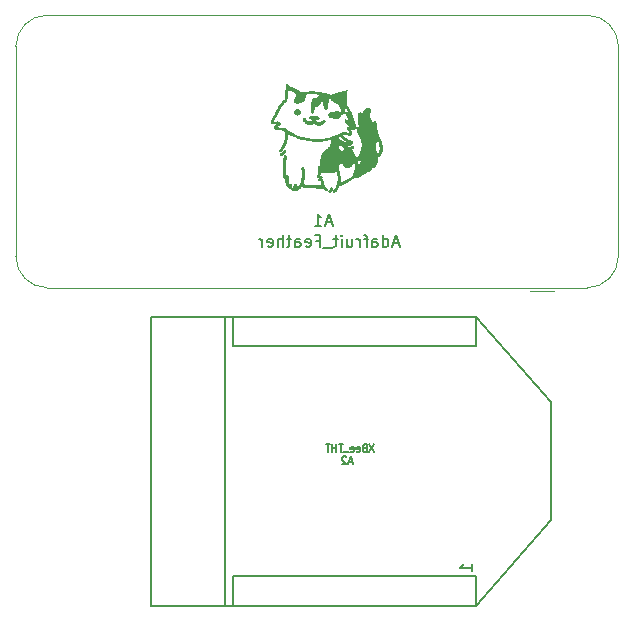
<source format=gbr>
%TF.GenerationSoftware,KiCad,Pcbnew,7.0.7*%
%TF.CreationDate,2023-09-12T20:42:17-04:00*%
%TF.ProjectId,Lora_Keypad2,4c6f7261-5f4b-4657-9970-6164322e6b69,v1*%
%TF.SameCoordinates,Original*%
%TF.FileFunction,Legend,Bot*%
%TF.FilePolarity,Positive*%
%FSLAX46Y46*%
G04 Gerber Fmt 4.6, Leading zero omitted, Abs format (unit mm)*
G04 Created by KiCad (PCBNEW 7.0.7) date 2023-09-12 20:42:17*
%MOMM*%
%LPD*%
G01*
G04 APERTURE LIST*
%ADD10C,0.127000*%
%ADD11C,0.152400*%
%ADD12C,0.150000*%
%ADD13C,0.203200*%
%ADD14C,0.120000*%
%ADD15R,1.700000X1.700000*%
%ADD16O,1.700000X1.700000*%
%ADD17C,5.000000*%
%ADD18C,1.700000*%
%ADD19C,1.600000*%
%ADD20O,1.600000X1.600000*%
%ADD21C,1.727200*%
%ADD22R,1.600000X1.600000*%
G04 APERTURE END LIST*
D10*
X202365427Y-111353237D02*
X202075142Y-111353237D01*
X202423484Y-111527408D02*
X202220284Y-110917808D01*
X202220284Y-110917808D02*
X202017084Y-111527408D01*
X201842913Y-110975865D02*
X201813885Y-110946837D01*
X201813885Y-110946837D02*
X201755828Y-110917808D01*
X201755828Y-110917808D02*
X201610685Y-110917808D01*
X201610685Y-110917808D02*
X201552628Y-110946837D01*
X201552628Y-110946837D02*
X201523599Y-110975865D01*
X201523599Y-110975865D02*
X201494570Y-111033922D01*
X201494570Y-111033922D02*
X201494570Y-111091980D01*
X201494570Y-111091980D02*
X201523599Y-111179065D01*
X201523599Y-111179065D02*
X201871942Y-111527408D01*
X201871942Y-111527408D02*
X201494570Y-111527408D01*
X204230513Y-109901808D02*
X203824113Y-110511408D01*
X203824113Y-109901808D02*
X204230513Y-110511408D01*
X203388685Y-110192094D02*
X203301599Y-110221122D01*
X203301599Y-110221122D02*
X203272570Y-110250151D01*
X203272570Y-110250151D02*
X203243542Y-110308208D01*
X203243542Y-110308208D02*
X203243542Y-110395294D01*
X203243542Y-110395294D02*
X203272570Y-110453351D01*
X203272570Y-110453351D02*
X203301599Y-110482380D01*
X203301599Y-110482380D02*
X203359656Y-110511408D01*
X203359656Y-110511408D02*
X203591885Y-110511408D01*
X203591885Y-110511408D02*
X203591885Y-109901808D01*
X203591885Y-109901808D02*
X203388685Y-109901808D01*
X203388685Y-109901808D02*
X203330628Y-109930837D01*
X203330628Y-109930837D02*
X203301599Y-109959865D01*
X203301599Y-109959865D02*
X203272570Y-110017922D01*
X203272570Y-110017922D02*
X203272570Y-110075980D01*
X203272570Y-110075980D02*
X203301599Y-110134037D01*
X203301599Y-110134037D02*
X203330628Y-110163065D01*
X203330628Y-110163065D02*
X203388685Y-110192094D01*
X203388685Y-110192094D02*
X203591885Y-110192094D01*
X202750056Y-110482380D02*
X202808113Y-110511408D01*
X202808113Y-110511408D02*
X202924228Y-110511408D01*
X202924228Y-110511408D02*
X202982285Y-110482380D01*
X202982285Y-110482380D02*
X203011313Y-110424322D01*
X203011313Y-110424322D02*
X203011313Y-110192094D01*
X203011313Y-110192094D02*
X202982285Y-110134037D01*
X202982285Y-110134037D02*
X202924228Y-110105008D01*
X202924228Y-110105008D02*
X202808113Y-110105008D01*
X202808113Y-110105008D02*
X202750056Y-110134037D01*
X202750056Y-110134037D02*
X202721028Y-110192094D01*
X202721028Y-110192094D02*
X202721028Y-110250151D01*
X202721028Y-110250151D02*
X203011313Y-110308208D01*
X202227542Y-110482380D02*
X202285599Y-110511408D01*
X202285599Y-110511408D02*
X202401714Y-110511408D01*
X202401714Y-110511408D02*
X202459771Y-110482380D01*
X202459771Y-110482380D02*
X202488799Y-110424322D01*
X202488799Y-110424322D02*
X202488799Y-110192094D01*
X202488799Y-110192094D02*
X202459771Y-110134037D01*
X202459771Y-110134037D02*
X202401714Y-110105008D01*
X202401714Y-110105008D02*
X202285599Y-110105008D01*
X202285599Y-110105008D02*
X202227542Y-110134037D01*
X202227542Y-110134037D02*
X202198514Y-110192094D01*
X202198514Y-110192094D02*
X202198514Y-110250151D01*
X202198514Y-110250151D02*
X202488799Y-110308208D01*
X202082400Y-110569465D02*
X201617942Y-110569465D01*
X201559885Y-109901808D02*
X201211543Y-109901808D01*
X201385714Y-110511408D02*
X201385714Y-109901808D01*
X201008343Y-110511408D02*
X201008343Y-109901808D01*
X201008343Y-110192094D02*
X200660000Y-110192094D01*
X200660000Y-110511408D02*
X200660000Y-109901808D01*
X200456799Y-109901808D02*
X200108457Y-109901808D01*
X200282628Y-110511408D02*
X200282628Y-109901808D01*
D11*
X212521615Y-120610086D02*
X212521615Y-120029514D01*
X212521615Y-120319800D02*
X211505615Y-120319800D01*
X211505615Y-120319800D02*
X211650758Y-120223038D01*
X211650758Y-120223038D02*
X211747520Y-120126276D01*
X211747520Y-120126276D02*
X211795901Y-120029514D01*
D12*
X200612285Y-91101104D02*
X200136095Y-91101104D01*
X200707523Y-91386819D02*
X200374190Y-90386819D01*
X200374190Y-90386819D02*
X200040857Y-91386819D01*
X199183714Y-91386819D02*
X199755142Y-91386819D01*
X199469428Y-91386819D02*
X199469428Y-90386819D01*
X199469428Y-90386819D02*
X199564666Y-90529676D01*
X199564666Y-90529676D02*
X199659904Y-90624914D01*
X199659904Y-90624914D02*
X199755142Y-90672533D01*
X206286953Y-92879104D02*
X205810763Y-92879104D01*
X206382191Y-93164819D02*
X206048858Y-92164819D01*
X206048858Y-92164819D02*
X205715525Y-93164819D01*
X204953620Y-93164819D02*
X204953620Y-92164819D01*
X204953620Y-93117200D02*
X205048858Y-93164819D01*
X205048858Y-93164819D02*
X205239334Y-93164819D01*
X205239334Y-93164819D02*
X205334572Y-93117200D01*
X205334572Y-93117200D02*
X205382191Y-93069580D01*
X205382191Y-93069580D02*
X205429810Y-92974342D01*
X205429810Y-92974342D02*
X205429810Y-92688628D01*
X205429810Y-92688628D02*
X205382191Y-92593390D01*
X205382191Y-92593390D02*
X205334572Y-92545771D01*
X205334572Y-92545771D02*
X205239334Y-92498152D01*
X205239334Y-92498152D02*
X205048858Y-92498152D01*
X205048858Y-92498152D02*
X204953620Y-92545771D01*
X204048858Y-93164819D02*
X204048858Y-92641009D01*
X204048858Y-92641009D02*
X204096477Y-92545771D01*
X204096477Y-92545771D02*
X204191715Y-92498152D01*
X204191715Y-92498152D02*
X204382191Y-92498152D01*
X204382191Y-92498152D02*
X204477429Y-92545771D01*
X204048858Y-93117200D02*
X204144096Y-93164819D01*
X204144096Y-93164819D02*
X204382191Y-93164819D01*
X204382191Y-93164819D02*
X204477429Y-93117200D01*
X204477429Y-93117200D02*
X204525048Y-93021961D01*
X204525048Y-93021961D02*
X204525048Y-92926723D01*
X204525048Y-92926723D02*
X204477429Y-92831485D01*
X204477429Y-92831485D02*
X204382191Y-92783866D01*
X204382191Y-92783866D02*
X204144096Y-92783866D01*
X204144096Y-92783866D02*
X204048858Y-92736247D01*
X203715524Y-92498152D02*
X203334572Y-92498152D01*
X203572667Y-93164819D02*
X203572667Y-92307676D01*
X203572667Y-92307676D02*
X203525048Y-92212438D01*
X203525048Y-92212438D02*
X203429810Y-92164819D01*
X203429810Y-92164819D02*
X203334572Y-92164819D01*
X203001238Y-93164819D02*
X203001238Y-92498152D01*
X203001238Y-92688628D02*
X202953619Y-92593390D01*
X202953619Y-92593390D02*
X202906000Y-92545771D01*
X202906000Y-92545771D02*
X202810762Y-92498152D01*
X202810762Y-92498152D02*
X202715524Y-92498152D01*
X201953619Y-92498152D02*
X201953619Y-93164819D01*
X202382190Y-92498152D02*
X202382190Y-93021961D01*
X202382190Y-93021961D02*
X202334571Y-93117200D01*
X202334571Y-93117200D02*
X202239333Y-93164819D01*
X202239333Y-93164819D02*
X202096476Y-93164819D01*
X202096476Y-93164819D02*
X202001238Y-93117200D01*
X202001238Y-93117200D02*
X201953619Y-93069580D01*
X201477428Y-93164819D02*
X201477428Y-92498152D01*
X201477428Y-92164819D02*
X201525047Y-92212438D01*
X201525047Y-92212438D02*
X201477428Y-92260057D01*
X201477428Y-92260057D02*
X201429809Y-92212438D01*
X201429809Y-92212438D02*
X201477428Y-92164819D01*
X201477428Y-92164819D02*
X201477428Y-92260057D01*
X201144095Y-92498152D02*
X200763143Y-92498152D01*
X201001238Y-92164819D02*
X201001238Y-93021961D01*
X201001238Y-93021961D02*
X200953619Y-93117200D01*
X200953619Y-93117200D02*
X200858381Y-93164819D01*
X200858381Y-93164819D02*
X200763143Y-93164819D01*
X200667905Y-93260057D02*
X199906000Y-93260057D01*
X199334571Y-92641009D02*
X199667904Y-92641009D01*
X199667904Y-93164819D02*
X199667904Y-92164819D01*
X199667904Y-92164819D02*
X199191714Y-92164819D01*
X198429809Y-93117200D02*
X198525047Y-93164819D01*
X198525047Y-93164819D02*
X198715523Y-93164819D01*
X198715523Y-93164819D02*
X198810761Y-93117200D01*
X198810761Y-93117200D02*
X198858380Y-93021961D01*
X198858380Y-93021961D02*
X198858380Y-92641009D01*
X198858380Y-92641009D02*
X198810761Y-92545771D01*
X198810761Y-92545771D02*
X198715523Y-92498152D01*
X198715523Y-92498152D02*
X198525047Y-92498152D01*
X198525047Y-92498152D02*
X198429809Y-92545771D01*
X198429809Y-92545771D02*
X198382190Y-92641009D01*
X198382190Y-92641009D02*
X198382190Y-92736247D01*
X198382190Y-92736247D02*
X198858380Y-92831485D01*
X197525047Y-93164819D02*
X197525047Y-92641009D01*
X197525047Y-92641009D02*
X197572666Y-92545771D01*
X197572666Y-92545771D02*
X197667904Y-92498152D01*
X197667904Y-92498152D02*
X197858380Y-92498152D01*
X197858380Y-92498152D02*
X197953618Y-92545771D01*
X197525047Y-93117200D02*
X197620285Y-93164819D01*
X197620285Y-93164819D02*
X197858380Y-93164819D01*
X197858380Y-93164819D02*
X197953618Y-93117200D01*
X197953618Y-93117200D02*
X198001237Y-93021961D01*
X198001237Y-93021961D02*
X198001237Y-92926723D01*
X198001237Y-92926723D02*
X197953618Y-92831485D01*
X197953618Y-92831485D02*
X197858380Y-92783866D01*
X197858380Y-92783866D02*
X197620285Y-92783866D01*
X197620285Y-92783866D02*
X197525047Y-92736247D01*
X197191713Y-92498152D02*
X196810761Y-92498152D01*
X197048856Y-92164819D02*
X197048856Y-93021961D01*
X197048856Y-93021961D02*
X197001237Y-93117200D01*
X197001237Y-93117200D02*
X196905999Y-93164819D01*
X196905999Y-93164819D02*
X196810761Y-93164819D01*
X196477427Y-93164819D02*
X196477427Y-92164819D01*
X196048856Y-93164819D02*
X196048856Y-92641009D01*
X196048856Y-92641009D02*
X196096475Y-92545771D01*
X196096475Y-92545771D02*
X196191713Y-92498152D01*
X196191713Y-92498152D02*
X196334570Y-92498152D01*
X196334570Y-92498152D02*
X196429808Y-92545771D01*
X196429808Y-92545771D02*
X196477427Y-92593390D01*
X195191713Y-93117200D02*
X195286951Y-93164819D01*
X195286951Y-93164819D02*
X195477427Y-93164819D01*
X195477427Y-93164819D02*
X195572665Y-93117200D01*
X195572665Y-93117200D02*
X195620284Y-93021961D01*
X195620284Y-93021961D02*
X195620284Y-92641009D01*
X195620284Y-92641009D02*
X195572665Y-92545771D01*
X195572665Y-92545771D02*
X195477427Y-92498152D01*
X195477427Y-92498152D02*
X195286951Y-92498152D01*
X195286951Y-92498152D02*
X195191713Y-92545771D01*
X195191713Y-92545771D02*
X195144094Y-92641009D01*
X195144094Y-92641009D02*
X195144094Y-92736247D01*
X195144094Y-92736247D02*
X195620284Y-92831485D01*
X194715522Y-93164819D02*
X194715522Y-92498152D01*
X194715522Y-92688628D02*
X194667903Y-92593390D01*
X194667903Y-92593390D02*
X194620284Y-92545771D01*
X194620284Y-92545771D02*
X194525046Y-92498152D01*
X194525046Y-92498152D02*
X194429808Y-92498152D01*
%TO.C,G\u002A\u002A\u002A*%
G36*
X200650241Y-88128821D02*
G01*
X200685270Y-88143077D01*
X200714582Y-88167241D01*
X200736030Y-88199226D01*
X200747471Y-88236946D01*
X200746758Y-88278314D01*
X200739360Y-88307352D01*
X200719433Y-88354902D01*
X200691038Y-88403784D01*
X200656345Y-88451395D01*
X200617522Y-88495129D01*
X200576740Y-88532380D01*
X200536168Y-88560545D01*
X200497976Y-88577019D01*
X200491776Y-88578674D01*
X200465949Y-88584705D01*
X200447541Y-88586003D01*
X200430744Y-88582333D01*
X200409751Y-88573461D01*
X200389874Y-88562713D01*
X200357338Y-88534207D01*
X200337619Y-88498053D01*
X200330985Y-88454658D01*
X200334109Y-88433086D01*
X200347618Y-88400385D01*
X200368827Y-88370109D01*
X200394464Y-88347767D01*
X200409210Y-88337430D01*
X200443455Y-88304958D01*
X200476001Y-88263197D01*
X200503710Y-88215932D01*
X200519352Y-88187338D01*
X200540437Y-88159522D01*
X200564343Y-88141351D01*
X200594168Y-88129879D01*
X200611640Y-88126560D01*
X200650241Y-88128821D01*
G37*
G36*
X197763654Y-81472182D02*
G01*
X197816188Y-81484363D01*
X197872807Y-81508912D01*
X197884559Y-81515414D01*
X197931716Y-81551384D01*
X197969659Y-81596946D01*
X197997618Y-81649706D01*
X198014819Y-81707275D01*
X198020491Y-81767258D01*
X198013862Y-81827266D01*
X197994161Y-81884906D01*
X197985554Y-81901379D01*
X197949996Y-81950666D01*
X197904615Y-81992921D01*
X197852664Y-82025487D01*
X197797392Y-82045708D01*
X197775657Y-82049926D01*
X197713002Y-82052407D01*
X197652014Y-82041309D01*
X197594766Y-82017660D01*
X197543329Y-81982484D01*
X197499776Y-81936809D01*
X197466179Y-81881661D01*
X197459671Y-81867043D01*
X197452889Y-81847352D01*
X197448946Y-81826161D01*
X197447116Y-81798974D01*
X197446667Y-81761295D01*
X197446933Y-81729203D01*
X197448371Y-81701268D01*
X197451749Y-81680119D01*
X197457829Y-81661301D01*
X197467375Y-81640363D01*
X197478760Y-81619084D01*
X197518211Y-81565364D01*
X197567219Y-81523139D01*
X197625374Y-81492709D01*
X197692269Y-81474376D01*
X197711825Y-81471724D01*
X197763654Y-81472182D01*
G37*
G36*
X196690130Y-84936944D02*
G01*
X196730872Y-84952950D01*
X196765655Y-84981901D01*
X196772787Y-84990795D01*
X196791662Y-85028453D01*
X196797591Y-85070198D01*
X196790496Y-85113132D01*
X196770299Y-85154359D01*
X196762709Y-85164436D01*
X196742217Y-85188195D01*
X196714009Y-85218501D01*
X196680274Y-85253191D01*
X196643198Y-85290099D01*
X196604969Y-85327061D01*
X196567773Y-85361914D01*
X196533799Y-85392493D01*
X196505232Y-85416634D01*
X196494553Y-85425013D01*
X196464033Y-85447216D01*
X196434629Y-85466477D01*
X196411464Y-85479369D01*
X196406928Y-85481417D01*
X196362101Y-85494504D01*
X196319346Y-85495133D01*
X196280672Y-85484531D01*
X196248082Y-85463923D01*
X196223584Y-85434536D01*
X196209183Y-85397595D01*
X196206885Y-85354327D01*
X196207833Y-85346524D01*
X196216460Y-85315988D01*
X196233891Y-85288113D01*
X196261963Y-85260524D01*
X196302519Y-85230843D01*
X196310724Y-85225097D01*
X196341112Y-85200651D01*
X196379235Y-85166284D01*
X196423744Y-85123242D01*
X196473294Y-85072772D01*
X196484576Y-85061081D01*
X196520974Y-85024204D01*
X196553648Y-84992358D01*
X196580991Y-84967047D01*
X196601394Y-84949771D01*
X196613247Y-84942035D01*
X196646156Y-84934596D01*
X196690130Y-84936944D01*
G37*
G36*
X196738700Y-85390370D02*
G01*
X196772800Y-85414048D01*
X196799490Y-85448752D01*
X196806786Y-85462810D01*
X196815025Y-85484713D01*
X196819012Y-85509117D01*
X196820119Y-85542236D01*
X196819300Y-85577033D01*
X196816766Y-85619707D01*
X196813090Y-85658509D01*
X196808951Y-85694821D01*
X196804852Y-85734090D01*
X196801765Y-85767083D01*
X196800613Y-85780438D01*
X196797522Y-85814997D01*
X196793831Y-85855128D01*
X196790108Y-85894609D01*
X196788919Y-85907290D01*
X196785314Y-85948207D01*
X196781086Y-85999504D01*
X196776175Y-86061946D01*
X196770524Y-86136298D01*
X196764074Y-86223325D01*
X196756767Y-86323792D01*
X196748543Y-86438466D01*
X196745455Y-86487756D01*
X196742262Y-86557804D01*
X196740081Y-86631211D01*
X196738889Y-86705939D01*
X196738662Y-86779950D01*
X196739377Y-86851206D01*
X196741009Y-86917670D01*
X196743535Y-86977304D01*
X196746930Y-87028070D01*
X196751171Y-87067929D01*
X196756233Y-87094845D01*
X196763324Y-87119713D01*
X196769001Y-87138213D01*
X196772009Y-87146237D01*
X196773686Y-87146180D01*
X196784134Y-87140473D01*
X196800350Y-87129001D01*
X196808550Y-87123195D01*
X196847131Y-87106078D01*
X196887316Y-87102994D01*
X196926504Y-87113794D01*
X196962094Y-87138328D01*
X196963004Y-87139197D01*
X196982321Y-87160337D01*
X196995311Y-87182152D01*
X197002410Y-87207391D01*
X197004056Y-87238803D01*
X197000684Y-87279137D01*
X196992731Y-87331141D01*
X196989472Y-87351257D01*
X196981536Y-87412584D01*
X196975769Y-87476810D01*
X196972318Y-87540410D01*
X196971334Y-87599862D01*
X196972968Y-87651644D01*
X196977368Y-87692232D01*
X196982585Y-87717338D01*
X196990956Y-87750327D01*
X197001092Y-87785898D01*
X197011920Y-87820622D01*
X197022366Y-87851069D01*
X197031359Y-87873811D01*
X197037824Y-87885417D01*
X197044181Y-87885451D01*
X197059258Y-87877165D01*
X197079487Y-87861217D01*
X197088123Y-87854040D01*
X197127342Y-87831172D01*
X197167478Y-87822585D01*
X197207087Y-87828388D01*
X197244724Y-87848690D01*
X197248007Y-87851258D01*
X197277373Y-87883170D01*
X197292852Y-87920331D01*
X197294420Y-87962288D01*
X197282054Y-88008590D01*
X197255730Y-88058785D01*
X197241762Y-88083170D01*
X197225504Y-88117709D01*
X197214236Y-88148802D01*
X197213303Y-88152060D01*
X197198145Y-88190969D01*
X197176993Y-88219950D01*
X197146608Y-88243541D01*
X197130922Y-88250544D01*
X197099156Y-88256692D01*
X197064528Y-88256624D01*
X197033786Y-88249958D01*
X197020158Y-88242219D01*
X196999403Y-88226448D01*
X196977638Y-88206825D01*
X196953973Y-88184162D01*
X196924483Y-88156842D01*
X196896470Y-88131669D01*
X196869424Y-88105738D01*
X196833000Y-88061783D01*
X196801328Y-88010610D01*
X196773422Y-87950278D01*
X196748294Y-87878848D01*
X196724957Y-87794376D01*
X196722510Y-87784421D01*
X196715760Y-87754723D01*
X196710954Y-87727806D01*
X196707756Y-87700114D01*
X196705833Y-87668091D01*
X196704848Y-87628179D01*
X196704468Y-87576824D01*
X196704021Y-87439932D01*
X196683020Y-87439922D01*
X196673369Y-87439312D01*
X196640138Y-87427899D01*
X196608231Y-87402872D01*
X196578186Y-87365303D01*
X196550544Y-87316262D01*
X196525844Y-87256820D01*
X196504625Y-87188047D01*
X196487428Y-87111014D01*
X196474793Y-87026793D01*
X196472902Y-87007191D01*
X196470155Y-86957374D01*
X196468763Y-86895013D01*
X196468652Y-86821706D01*
X196469754Y-86739046D01*
X196471995Y-86648631D01*
X196475305Y-86552056D01*
X196479614Y-86450916D01*
X196484849Y-86346808D01*
X196490940Y-86241326D01*
X196497816Y-86136067D01*
X196505405Y-86032625D01*
X196513636Y-85932598D01*
X196522439Y-85837580D01*
X196531742Y-85749168D01*
X196533363Y-85734615D01*
X196538760Y-85683669D01*
X196543448Y-85635657D01*
X196547157Y-85593568D01*
X196549621Y-85560394D01*
X196550570Y-85539126D01*
X196550602Y-85536139D01*
X196555530Y-85485287D01*
X196569270Y-85445360D01*
X196592734Y-85414590D01*
X196626832Y-85391211D01*
X196659542Y-85379851D01*
X196700008Y-85378658D01*
X196738700Y-85390370D01*
G37*
G36*
X198872175Y-82085047D02*
G01*
X198910308Y-82087387D01*
X198959154Y-82091966D01*
X199020769Y-82098819D01*
X199058952Y-82102921D01*
X199117091Y-82108338D01*
X199180595Y-82113536D01*
X199244058Y-82118078D01*
X199302075Y-82121527D01*
X199309825Y-82121934D01*
X199358598Y-82124819D01*
X199403914Y-82128021D01*
X199442890Y-82131302D01*
X199472643Y-82134421D01*
X199490289Y-82137140D01*
X199496603Y-82138688D01*
X199534902Y-82154252D01*
X199563877Y-82179571D01*
X199586435Y-82217061D01*
X199597033Y-82247189D01*
X199601649Y-82293528D01*
X199592666Y-82337748D01*
X199570710Y-82377434D01*
X199536405Y-82410173D01*
X199528676Y-82415468D01*
X199508528Y-82426364D01*
X199487389Y-82431433D01*
X199458307Y-82432677D01*
X199439918Y-82432308D01*
X199401548Y-82430070D01*
X199366572Y-82426477D01*
X199365936Y-82426391D01*
X199340903Y-82423419D01*
X199326533Y-82423685D01*
X199318763Y-82428014D01*
X199313527Y-82437228D01*
X199312314Y-82441056D01*
X199313438Y-82461871D01*
X199322758Y-82489914D01*
X199338969Y-82521935D01*
X199360764Y-82554685D01*
X199377387Y-82572384D01*
X199413754Y-82597025D01*
X199459265Y-82616090D01*
X199510572Y-82628301D01*
X199564327Y-82632379D01*
X199578114Y-82631952D01*
X199610317Y-82627765D01*
X199641585Y-82618168D01*
X199674067Y-82601974D01*
X199709912Y-82577993D01*
X199751270Y-82545038D01*
X199800290Y-82501921D01*
X199831207Y-82474133D01*
X199860606Y-82448693D01*
X199883121Y-82430873D01*
X199900888Y-82419132D01*
X199916041Y-82411926D01*
X199930717Y-82407712D01*
X199947652Y-82404992D01*
X199992157Y-82406657D01*
X200031497Y-82420389D01*
X200064041Y-82444242D01*
X200088158Y-82476269D01*
X200102214Y-82514526D01*
X200104579Y-82557065D01*
X200093620Y-82601943D01*
X200085729Y-82615547D01*
X200066612Y-82639461D01*
X200039402Y-82668801D01*
X200006287Y-82701554D01*
X199969454Y-82735703D01*
X199931092Y-82769233D01*
X199893388Y-82800129D01*
X199858531Y-82826375D01*
X199828709Y-82845955D01*
X199800119Y-82861533D01*
X199720224Y-82894851D01*
X199635900Y-82916662D01*
X199608037Y-82919765D01*
X199564532Y-82920549D01*
X199515422Y-82918239D01*
X199465651Y-82913095D01*
X199420161Y-82905375D01*
X199366787Y-82890100D01*
X199297571Y-82859974D01*
X199231361Y-82820207D01*
X199172789Y-82773274D01*
X199114885Y-82719198D01*
X199094686Y-82735350D01*
X199026267Y-82780927D01*
X198950028Y-82815104D01*
X198868770Y-82837208D01*
X198784572Y-82847148D01*
X198699512Y-82844832D01*
X198615666Y-82830167D01*
X198535113Y-82803063D01*
X198459929Y-82763426D01*
X198439251Y-82749531D01*
X198401040Y-82719698D01*
X198363083Y-82683914D01*
X198322917Y-82639762D01*
X198278084Y-82584825D01*
X198267108Y-82570784D01*
X198235125Y-82528765D01*
X198211556Y-82495352D01*
X198195247Y-82468477D01*
X198185041Y-82446075D01*
X198179783Y-82426079D01*
X198178316Y-82406422D01*
X198184473Y-82362224D01*
X198202319Y-82323437D01*
X198229742Y-82293116D01*
X198264625Y-82272495D01*
X198304851Y-82262812D01*
X198348300Y-82265301D01*
X198392857Y-82281200D01*
X198397197Y-82284046D01*
X198413323Y-82298681D01*
X198435419Y-82322294D01*
X198461445Y-82352635D01*
X198489358Y-82387458D01*
X198514819Y-82419758D01*
X198549697Y-82461339D01*
X198580066Y-82493057D01*
X198608073Y-82516632D01*
X198635868Y-82533786D01*
X198665598Y-82546239D01*
X198699414Y-82555713D01*
X198709758Y-82557681D01*
X198750198Y-82559927D01*
X198795480Y-82556283D01*
X198839131Y-82547536D01*
X198874675Y-82534469D01*
X198889375Y-82525594D01*
X198920682Y-82499176D01*
X198950007Y-82465580D01*
X198972893Y-82429563D01*
X198977229Y-82420898D01*
X198985101Y-82404025D01*
X198988221Y-82395469D01*
X198987181Y-82394738D01*
X198975487Y-82393041D01*
X198953551Y-82391861D01*
X198924827Y-82391419D01*
X198899923Y-82391103D01*
X198850201Y-82387597D01*
X198811110Y-82379635D01*
X198779858Y-82366500D01*
X198753654Y-82347476D01*
X198743095Y-82337104D01*
X198724891Y-82315265D01*
X198713270Y-82296016D01*
X198706183Y-82273347D01*
X198703330Y-82230784D01*
X198711770Y-82188191D01*
X198730162Y-82149019D01*
X198757164Y-82116724D01*
X198791435Y-82094757D01*
X198801500Y-82091092D01*
X198819826Y-82086935D01*
X198842699Y-82084908D01*
X198872175Y-82085047D01*
G37*
G36*
X202357026Y-81910393D02*
G01*
X202370556Y-81949395D01*
X202384929Y-81990090D01*
X202391807Y-82009386D01*
X202428221Y-82111597D01*
X202460042Y-82201080D01*
X202487670Y-82279022D01*
X202511506Y-82346609D01*
X202531952Y-82405027D01*
X202549408Y-82455463D01*
X202564275Y-82499104D01*
X202576955Y-82537136D01*
X202587847Y-82570745D01*
X202597354Y-82601118D01*
X202605875Y-82629442D01*
X202613812Y-82656903D01*
X202621567Y-82684688D01*
X202629538Y-82713982D01*
X202630663Y-82718160D01*
X202650837Y-82797827D01*
X202665581Y-82867264D01*
X202675431Y-82929830D01*
X202680919Y-82988888D01*
X202682581Y-83047798D01*
X202682559Y-83057042D01*
X202682043Y-83094271D01*
X202680415Y-83121213D01*
X202677097Y-83141778D01*
X202671509Y-83159876D01*
X202663071Y-83179416D01*
X202662578Y-83180471D01*
X202633361Y-83230418D01*
X202597511Y-83268439D01*
X202552784Y-83296922D01*
X202543850Y-83301216D01*
X202522570Y-83309942D01*
X202502122Y-83314815D01*
X202477238Y-83316787D01*
X202442651Y-83316809D01*
X202413778Y-83315702D01*
X202380175Y-83311798D01*
X202346954Y-83304080D01*
X202309590Y-83291437D01*
X202263561Y-83272755D01*
X202262396Y-83272332D01*
X202260022Y-83275732D01*
X202267479Y-83289990D01*
X202284624Y-83314817D01*
X202288716Y-83320539D01*
X202309888Y-83352901D01*
X202332109Y-83390407D01*
X202351192Y-83426056D01*
X202354850Y-83433457D01*
X202369365Y-83465030D01*
X202378167Y-83490519D01*
X202382869Y-83515633D01*
X202383141Y-83519371D01*
X202385081Y-83546080D01*
X202385313Y-83567659D01*
X202378468Y-83618932D01*
X202360138Y-83661303D01*
X202329571Y-83696126D01*
X202286018Y-83724754D01*
X202278343Y-83728593D01*
X202258048Y-83736929D01*
X202236181Y-83742313D01*
X202208264Y-83745633D01*
X202169823Y-83747774D01*
X202150992Y-83748402D01*
X202120832Y-83748570D01*
X202091096Y-83747330D01*
X202059647Y-83744359D01*
X202024344Y-83739334D01*
X201983048Y-83731933D01*
X201933622Y-83721833D01*
X201873926Y-83708711D01*
X201801821Y-83692245D01*
X201768318Y-83684545D01*
X201721699Y-83673957D01*
X201681193Y-83664907D01*
X201648924Y-83657863D01*
X201627015Y-83653294D01*
X201617593Y-83651667D01*
X201609508Y-83653815D01*
X201594860Y-83662082D01*
X201591385Y-83664751D01*
X201586735Y-83670833D01*
X201588098Y-83679092D01*
X201596587Y-83692713D01*
X201613314Y-83714880D01*
X201623442Y-83727325D01*
X201647870Y-83754781D01*
X201676778Y-83785058D01*
X201705859Y-83813563D01*
X201724236Y-83830144D01*
X201774946Y-83871254D01*
X201835320Y-83915307D01*
X201902387Y-83960476D01*
X201973180Y-84004932D01*
X202044730Y-84046845D01*
X202114068Y-84084388D01*
X202178225Y-84115730D01*
X202234233Y-84139044D01*
X202249778Y-84144906D01*
X202307222Y-84169739D01*
X202354483Y-84195544D01*
X202389189Y-84221067D01*
X202413965Y-84251561D01*
X202423577Y-84277248D01*
X202428484Y-84290362D01*
X202429755Y-84332587D01*
X202417292Y-84375560D01*
X202417041Y-84376104D01*
X202397486Y-84410102D01*
X202368913Y-84449229D01*
X202334394Y-84489868D01*
X202296998Y-84528400D01*
X202259794Y-84561207D01*
X202222215Y-84589376D01*
X202175695Y-84617835D01*
X202127739Y-84638787D01*
X202072746Y-84655041D01*
X202043847Y-84663327D01*
X202028009Y-84671235D01*
X202027076Y-84678654D01*
X202041022Y-84685932D01*
X202069822Y-84693417D01*
X202090872Y-84697445D01*
X202150190Y-84702684D01*
X202201364Y-84696606D01*
X202246059Y-84678870D01*
X202285940Y-84649133D01*
X202295443Y-84640575D01*
X202327033Y-84617478D01*
X202355440Y-84604609D01*
X202373486Y-84600992D01*
X202414373Y-84602073D01*
X202451003Y-84615127D01*
X202481647Y-84638098D01*
X202504573Y-84668927D01*
X202518051Y-84705558D01*
X202520350Y-84745935D01*
X202509739Y-84788000D01*
X202505300Y-84797173D01*
X202485755Y-84826277D01*
X202458590Y-84857529D01*
X202427634Y-84886795D01*
X202400909Y-84906806D01*
X202396719Y-84909943D01*
X202393185Y-84912199D01*
X202374702Y-84925961D01*
X202366050Y-84938613D01*
X202363899Y-84954697D01*
X202364740Y-84966530D01*
X202371659Y-84979924D01*
X202389069Y-84990675D01*
X202389194Y-84990735D01*
X202412613Y-85005126D01*
X202433608Y-85022908D01*
X202437186Y-85027427D01*
X202448840Y-85046322D01*
X202465117Y-85076189D01*
X202485212Y-85115282D01*
X202508323Y-85161858D01*
X202533643Y-85214170D01*
X202560369Y-85270475D01*
X202587697Y-85329028D01*
X202614822Y-85388083D01*
X202640941Y-85445897D01*
X202665247Y-85500725D01*
X202686938Y-85550821D01*
X202705209Y-85594441D01*
X202719255Y-85629841D01*
X202728273Y-85655275D01*
X202731458Y-85668999D01*
X202732539Y-85674729D01*
X202739503Y-85675482D01*
X202751514Y-85663938D01*
X202772700Y-85635613D01*
X202803181Y-85590883D01*
X202836664Y-85538378D01*
X202871264Y-85481296D01*
X202905093Y-85422837D01*
X202936267Y-85366198D01*
X202962899Y-85314578D01*
X202983104Y-85271176D01*
X203003241Y-85220892D01*
X203025516Y-85159086D01*
X203048115Y-85090937D01*
X203070206Y-85019345D01*
X203090957Y-84947210D01*
X203109534Y-84877431D01*
X203125105Y-84812910D01*
X203136838Y-84756545D01*
X203143655Y-84712796D01*
X204375351Y-84712796D01*
X204376948Y-84817243D01*
X204377641Y-84843254D01*
X204379308Y-84895170D01*
X204381127Y-84934664D01*
X204383256Y-84963556D01*
X204385850Y-84983661D01*
X204389065Y-84996797D01*
X204393058Y-85004780D01*
X204395122Y-85007585D01*
X204408405Y-85025735D01*
X204423366Y-85046289D01*
X204439446Y-85074831D01*
X204456214Y-85119701D01*
X204471308Y-85176940D01*
X204484307Y-85245170D01*
X204488083Y-85267383D01*
X204493667Y-85296316D01*
X204498560Y-85317338D01*
X204502010Y-85326984D01*
X204506725Y-85325382D01*
X204517919Y-85313451D01*
X204533636Y-85292817D01*
X204552294Y-85265859D01*
X204572314Y-85234954D01*
X204592116Y-85202480D01*
X204610119Y-85170815D01*
X204624743Y-85142336D01*
X204640565Y-85106644D01*
X204653806Y-85069721D01*
X204663651Y-85031466D01*
X204670534Y-84989156D01*
X204674890Y-84940065D01*
X204677155Y-84881469D01*
X204677765Y-84810645D01*
X204677545Y-84775366D01*
X204675132Y-84693793D01*
X204669554Y-84619534D01*
X204660178Y-84549156D01*
X204646370Y-84479225D01*
X204627495Y-84406308D01*
X204602921Y-84326971D01*
X204572013Y-84237781D01*
X204567553Y-84225517D01*
X204554700Y-84191599D01*
X204543558Y-84164220D01*
X204535194Y-84145927D01*
X204530675Y-84139263D01*
X204530440Y-84139274D01*
X204521318Y-84145834D01*
X204507194Y-84162426D01*
X204490142Y-84186021D01*
X204472236Y-84213591D01*
X204455549Y-84242106D01*
X204442157Y-84268538D01*
X204428310Y-84301543D01*
X204411026Y-84352960D01*
X204397395Y-84408954D01*
X204387214Y-84471230D01*
X204380282Y-84541493D01*
X204376395Y-84621447D01*
X204375351Y-84712796D01*
X203143655Y-84712796D01*
X203143898Y-84711237D01*
X203144125Y-84709222D01*
X203148041Y-84660123D01*
X203150373Y-84600567D01*
X203151122Y-84534812D01*
X203150289Y-84467115D01*
X203147873Y-84401735D01*
X203143876Y-84342930D01*
X203141661Y-84319741D01*
X203134255Y-84260932D01*
X203124095Y-84204847D01*
X203110448Y-84149275D01*
X203092579Y-84092005D01*
X203069753Y-84030824D01*
X203041237Y-83963520D01*
X203006295Y-83887881D01*
X202964194Y-83801697D01*
X202927260Y-83726175D01*
X202891279Y-83648567D01*
X202859937Y-83575451D01*
X202831455Y-83502459D01*
X202804055Y-83425226D01*
X202775961Y-83339383D01*
X202761476Y-83293275D01*
X202746908Y-83245045D01*
X202736521Y-83207117D01*
X202729939Y-83177297D01*
X202726787Y-83153397D01*
X202726690Y-83133224D01*
X202729274Y-83114588D01*
X202734161Y-83095298D01*
X202745748Y-83066204D01*
X202770736Y-83031360D01*
X202803123Y-83006697D01*
X202840496Y-82993377D01*
X202880442Y-82992564D01*
X202920550Y-83005421D01*
X202947783Y-83019305D01*
X202955755Y-82987643D01*
X202958809Y-82973146D01*
X202959281Y-82958844D01*
X202955924Y-82942519D01*
X202947906Y-82920311D01*
X202934397Y-82888357D01*
X202912823Y-82836012D01*
X202889861Y-82774727D01*
X202869206Y-82713940D01*
X202852316Y-82657963D01*
X202840648Y-82611108D01*
X202836819Y-82591538D01*
X202825119Y-82503886D01*
X202819736Y-82406094D01*
X202820590Y-82300911D01*
X202827598Y-82191085D01*
X202840679Y-82079365D01*
X202859750Y-81968500D01*
X202865139Y-81943211D01*
X202876741Y-81899789D01*
X202890035Y-81866383D01*
X202906526Y-81839622D01*
X202927714Y-81816141D01*
X202953278Y-81796126D01*
X202992585Y-81779261D01*
X203033136Y-81776323D01*
X203072771Y-81787357D01*
X203109331Y-81812407D01*
X203110451Y-81813464D01*
X203136150Y-81845857D01*
X203148904Y-81882633D01*
X203148953Y-81925230D01*
X203136537Y-81975087D01*
X203135202Y-81978987D01*
X203125848Y-82008242D01*
X203122225Y-82024768D01*
X203124236Y-82029551D01*
X203131785Y-82023579D01*
X203134180Y-82020012D01*
X203141436Y-82003011D01*
X203149926Y-81977104D01*
X203158269Y-81946314D01*
X203173894Y-81892984D01*
X203205260Y-81819014D01*
X203247866Y-81747826D01*
X203302879Y-81677559D01*
X203371465Y-81606354D01*
X203377436Y-81600682D01*
X203444095Y-81540961D01*
X203508765Y-81489442D01*
X203569444Y-81447624D01*
X203624133Y-81417006D01*
X203626122Y-81416052D01*
X203656700Y-81402335D01*
X203681036Y-81394466D01*
X203705548Y-81390914D01*
X203736655Y-81390146D01*
X203737191Y-81390148D01*
X203773256Y-81391718D01*
X203800022Y-81396784D01*
X203822922Y-81406367D01*
X203850032Y-81423379D01*
X203885280Y-81457071D01*
X203910384Y-81499165D01*
X203925513Y-81550335D01*
X203930835Y-81611256D01*
X203926520Y-81682602D01*
X203912737Y-81765046D01*
X203903377Y-81812131D01*
X203891197Y-81887041D01*
X203884534Y-81953230D01*
X203883115Y-82013937D01*
X203886664Y-82072398D01*
X203889901Y-82101672D01*
X203895938Y-82144167D01*
X203903789Y-82183973D01*
X203914238Y-82223348D01*
X203928070Y-82264546D01*
X203946070Y-82309823D01*
X203969024Y-82361435D01*
X203997716Y-82421639D01*
X204032931Y-82492689D01*
X204041734Y-82510304D01*
X204066586Y-82560805D01*
X204088790Y-82607046D01*
X204107510Y-82647208D01*
X204121907Y-82679471D01*
X204131144Y-82702017D01*
X204134383Y-82713026D01*
X204134469Y-82718776D01*
X204137129Y-82726174D01*
X204145486Y-82721484D01*
X204146925Y-82720099D01*
X204154298Y-82702901D01*
X204157067Y-82673681D01*
X204157097Y-82671523D01*
X204161987Y-82629024D01*
X204174020Y-82591090D01*
X204191657Y-82562658D01*
X204198880Y-82555400D01*
X204231948Y-82533690D01*
X204270636Y-82521781D01*
X204310356Y-82520606D01*
X204346523Y-82531101D01*
X204350698Y-82533237D01*
X204371188Y-82544909D01*
X204387325Y-82557545D01*
X204399862Y-82573149D01*
X204409555Y-82593720D01*
X204417158Y-82621260D01*
X204423426Y-82657770D01*
X204429113Y-82705252D01*
X204434974Y-82765706D01*
X204445469Y-82869118D01*
X204459555Y-82980631D01*
X204476419Y-83087077D01*
X204496641Y-83190722D01*
X204520801Y-83293827D01*
X204549481Y-83398655D01*
X204583261Y-83507470D01*
X204622721Y-83622534D01*
X204668442Y-83746110D01*
X204721006Y-83880462D01*
X204754041Y-83963399D01*
X204783000Y-84036926D01*
X204807389Y-84099974D01*
X204827828Y-84154250D01*
X204844935Y-84201461D01*
X204859327Y-84243314D01*
X204871622Y-84281516D01*
X204882440Y-84317775D01*
X204892398Y-84353797D01*
X204897865Y-84374941D01*
X204920851Y-84482867D01*
X204937290Y-84595201D01*
X204947082Y-84709009D01*
X204949841Y-84810645D01*
X204950132Y-84821357D01*
X204946340Y-84929310D01*
X204935610Y-85029933D01*
X204917845Y-85120292D01*
X204904842Y-85163013D01*
X204882177Y-85221065D01*
X204853736Y-85282647D01*
X204821436Y-85344148D01*
X204787190Y-85401962D01*
X204752914Y-85452479D01*
X204720523Y-85492091D01*
X204715419Y-85497327D01*
X204678443Y-85524654D01*
X204637562Y-85539073D01*
X204595334Y-85540046D01*
X204554316Y-85527036D01*
X204546105Y-85522891D01*
X204530096Y-85515123D01*
X204522734Y-85512048D01*
X204522171Y-85518577D01*
X204521619Y-85538226D01*
X204521132Y-85569049D01*
X204520733Y-85609086D01*
X204520447Y-85656377D01*
X204520297Y-85708962D01*
X204519788Y-85780325D01*
X204517812Y-85859163D01*
X204514079Y-85927029D01*
X204511840Y-85949935D01*
X204508300Y-85986148D01*
X204500184Y-86038746D01*
X204489440Y-86087048D01*
X204475779Y-86133279D01*
X204458910Y-86179665D01*
X204458494Y-86180717D01*
X204436916Y-86228634D01*
X204409695Y-86279057D01*
X204378726Y-86329255D01*
X204356901Y-86360667D01*
X204345901Y-86376499D01*
X204313114Y-86418060D01*
X204282259Y-86451210D01*
X204255230Y-86473218D01*
X204241606Y-86480904D01*
X204199407Y-86494019D01*
X204156214Y-86492623D01*
X204114213Y-86476663D01*
X204082940Y-86458780D01*
X204070448Y-86496972D01*
X204069816Y-86498892D01*
X204043257Y-86565847D01*
X204010083Y-86627973D01*
X203971766Y-86683601D01*
X203929777Y-86731062D01*
X203885586Y-86768688D01*
X203840663Y-86794812D01*
X203796479Y-86807765D01*
X203787045Y-86808603D01*
X203748541Y-86804183D01*
X203712076Y-86788977D01*
X203681780Y-86765214D01*
X203661784Y-86735120D01*
X203652480Y-86712659D01*
X203610176Y-86779658D01*
X203571743Y-86837010D01*
X203515267Y-86908810D01*
X203453040Y-86973284D01*
X203382017Y-87033495D01*
X203299153Y-87092506D01*
X203245773Y-87126605D01*
X203145191Y-87184782D01*
X203042533Y-87236865D01*
X202939858Y-87282049D01*
X202839225Y-87319529D01*
X202742694Y-87348498D01*
X202652325Y-87368150D01*
X202570176Y-87377681D01*
X202487660Y-87382164D01*
X202426053Y-87440307D01*
X202406317Y-87458592D01*
X202295672Y-87550359D01*
X202171370Y-87636890D01*
X202033823Y-87717975D01*
X201883445Y-87793402D01*
X201720648Y-87862962D01*
X201545846Y-87926444D01*
X201359452Y-87983637D01*
X201273950Y-88007669D01*
X201246581Y-88078236D01*
X201198631Y-88186266D01*
X201136011Y-88297161D01*
X201063650Y-88399859D01*
X200983278Y-88491646D01*
X200967742Y-88507079D01*
X200935640Y-88536421D01*
X200907360Y-88558897D01*
X200885759Y-88572148D01*
X200845467Y-88585032D01*
X200806025Y-88584848D01*
X200765816Y-88570760D01*
X200746917Y-88558953D01*
X200719385Y-88529568D01*
X200703100Y-88493344D01*
X200699178Y-88453376D01*
X200708738Y-88412761D01*
X200715160Y-88401144D01*
X200731613Y-88379519D01*
X200751804Y-88358616D01*
X200758079Y-88352898D01*
X200817987Y-88293833D01*
X200870300Y-88232827D01*
X200916277Y-88167704D01*
X200957178Y-88096285D01*
X200994262Y-88016394D01*
X201028788Y-87925854D01*
X201062017Y-87822488D01*
X201075602Y-87775979D01*
X201090435Y-87720781D01*
X201101730Y-87670953D01*
X201109944Y-87623104D01*
X201115536Y-87573841D01*
X201118960Y-87519773D01*
X201120676Y-87457507D01*
X201121139Y-87383652D01*
X201121111Y-87360864D01*
X201120678Y-87301610D01*
X201119577Y-87253086D01*
X201117621Y-87212095D01*
X201114624Y-87175439D01*
X201110401Y-87139922D01*
X201104764Y-87102346D01*
X201099077Y-87068309D01*
X201090439Y-87019759D01*
X201081046Y-86969783D01*
X201071378Y-86920694D01*
X201061917Y-86874809D01*
X201053141Y-86834440D01*
X201045531Y-86801903D01*
X201039568Y-86779512D01*
X201035730Y-86769581D01*
X201030985Y-86768830D01*
X201016623Y-86774086D01*
X200997416Y-86785477D01*
X200985509Y-86793449D01*
X200902137Y-86839921D01*
X200806092Y-86878818D01*
X200697645Y-86910086D01*
X200577069Y-86933668D01*
X200444634Y-86949511D01*
X200300613Y-86957559D01*
X200145276Y-86957757D01*
X200080911Y-86955901D01*
X200021399Y-86953074D01*
X199970180Y-86948992D01*
X199923744Y-86943209D01*
X199878581Y-86935280D01*
X199831183Y-86924761D01*
X199778040Y-86911206D01*
X199757603Y-86905883D01*
X199730556Y-86899261D01*
X199711575Y-86895159D01*
X199703861Y-86894306D01*
X199702493Y-86899339D01*
X199699261Y-86916607D01*
X199694872Y-86943097D01*
X199689871Y-86975647D01*
X199687878Y-86988715D01*
X199680360Y-87031656D01*
X199671187Y-87073397D01*
X199659156Y-87119020D01*
X199643066Y-87173610D01*
X199640987Y-87181168D01*
X199642607Y-87184355D01*
X199652799Y-87176721D01*
X199670507Y-87164645D01*
X199707302Y-87151818D01*
X199746013Y-87151123D01*
X199783242Y-87161865D01*
X199815586Y-87183350D01*
X199839646Y-87214884D01*
X199846001Y-87230658D01*
X199851094Y-87269724D01*
X199845174Y-87314095D01*
X199828766Y-87361061D01*
X199802391Y-87407913D01*
X199789316Y-87428107D01*
X199784635Y-87439442D01*
X199788991Y-87443223D01*
X199802383Y-87441700D01*
X199827848Y-87442757D01*
X199857549Y-87452435D01*
X199885669Y-87468189D01*
X199906410Y-87487467D01*
X199914563Y-87498872D01*
X199923648Y-87515025D01*
X199929612Y-87533240D01*
X199933711Y-87557827D01*
X199937200Y-87593094D01*
X199940794Y-87627990D01*
X199951429Y-87693750D01*
X199967635Y-87758257D01*
X199990433Y-87824695D01*
X200020844Y-87896249D01*
X200059886Y-87976104D01*
X200092986Y-88034032D01*
X200138662Y-88096044D01*
X200193101Y-88151939D01*
X200259405Y-88205280D01*
X200259941Y-88205669D01*
X200297070Y-88234515D01*
X200322680Y-88259628D01*
X200338677Y-88283891D01*
X200346969Y-88310185D01*
X200349460Y-88341392D01*
X200349325Y-88350844D01*
X200343511Y-88385822D01*
X200327488Y-88414122D01*
X200298951Y-88440253D01*
X200273142Y-88452653D01*
X200237803Y-88458714D01*
X200199977Y-88456969D01*
X200165177Y-88447136D01*
X200148973Y-88438733D01*
X200116324Y-88417641D01*
X200078303Y-88389344D01*
X200037874Y-88356203D01*
X199998003Y-88320584D01*
X199961653Y-88284850D01*
X199911133Y-88232221D01*
X199549071Y-88231455D01*
X199488998Y-88231280D01*
X199401410Y-88230782D01*
X199324897Y-88229957D01*
X199257023Y-88228735D01*
X199195352Y-88227043D01*
X199137447Y-88224809D01*
X199080872Y-88221962D01*
X199023190Y-88218429D01*
X198961966Y-88214140D01*
X198888064Y-88208561D01*
X198781054Y-88199967D01*
X198677944Y-88191087D01*
X198579841Y-88182045D01*
X198487854Y-88172965D01*
X198403088Y-88163971D01*
X198326652Y-88155186D01*
X198259652Y-88146734D01*
X198203196Y-88138739D01*
X198158391Y-88131324D01*
X198126344Y-88124614D01*
X198108163Y-88118731D01*
X198084607Y-88106980D01*
X198058445Y-88139143D01*
X198012616Y-88192298D01*
X197954718Y-88251633D01*
X197896175Y-88303806D01*
X197839385Y-88346706D01*
X197786749Y-88378221D01*
X197760653Y-88390101D01*
X197718907Y-88405535D01*
X197675646Y-88418254D01*
X197635813Y-88426857D01*
X197604349Y-88429943D01*
X197598530Y-88429781D01*
X197556691Y-88421064D01*
X197519526Y-88400673D01*
X197491265Y-88370820D01*
X197485139Y-88362171D01*
X197471830Y-88348182D01*
X197462638Y-88345851D01*
X197452971Y-88352171D01*
X197434544Y-88364262D01*
X197411682Y-88379290D01*
X197406366Y-88382689D01*
X197375372Y-88399424D01*
X197344109Y-88412009D01*
X197316780Y-88418985D01*
X197297589Y-88418892D01*
X197287166Y-88416167D01*
X197269085Y-88411983D01*
X197259836Y-88409081D01*
X197233712Y-88393864D01*
X197208825Y-88371129D01*
X197190461Y-88345355D01*
X197187938Y-88339718D01*
X197181078Y-88314850D01*
X197178070Y-88287887D01*
X197181499Y-88255653D01*
X197195765Y-88222129D01*
X197222288Y-88190126D01*
X197262342Y-88157673D01*
X197272193Y-88150556D01*
X197313582Y-88115801D01*
X197349326Y-88076116D01*
X197382079Y-88028204D01*
X197414499Y-87968767D01*
X197438225Y-87923810D01*
X197461152Y-87887574D01*
X197483187Y-87862353D01*
X197506231Y-87846444D01*
X197532182Y-87838147D01*
X197562940Y-87835760D01*
X197598483Y-87840027D01*
X197634794Y-87856941D01*
X197665698Y-87887534D01*
X197673299Y-87898150D01*
X197681826Y-87915128D01*
X197685761Y-87935257D01*
X197686715Y-87964432D01*
X197686601Y-87975136D01*
X197684815Y-87998991D01*
X197679800Y-88021230D01*
X197670201Y-88046761D01*
X197654661Y-88080492D01*
X197645908Y-88099247D01*
X197634874Y-88124933D01*
X197628161Y-88143408D01*
X197626976Y-88151576D01*
X197628724Y-88152584D01*
X197641511Y-88150547D01*
X197662211Y-88140592D01*
X197688276Y-88124398D01*
X197717155Y-88103647D01*
X197746300Y-88080019D01*
X197773162Y-88055195D01*
X197774435Y-88053919D01*
X197814169Y-88011240D01*
X197854986Y-87962569D01*
X197893820Y-87911904D01*
X197927602Y-87863241D01*
X197953264Y-87820576D01*
X197976190Y-87771641D01*
X198002660Y-87696462D01*
X198026013Y-87607150D01*
X198046170Y-87504023D01*
X198063048Y-87387402D01*
X198065480Y-87364231D01*
X198068911Y-87317472D01*
X198071769Y-87260754D01*
X198074043Y-87196345D01*
X198075722Y-87126513D01*
X198076797Y-87053525D01*
X198077256Y-86979650D01*
X198077088Y-86907155D01*
X198076285Y-86838308D01*
X198074834Y-86775377D01*
X198072725Y-86720629D01*
X198069949Y-86676333D01*
X198066494Y-86644756D01*
X198061761Y-86613807D01*
X198056082Y-86573210D01*
X198053022Y-86543042D01*
X198052595Y-86520601D01*
X198054810Y-86503185D01*
X198059680Y-86488091D01*
X198067215Y-86472618D01*
X198086310Y-86445950D01*
X198117569Y-86421904D01*
X198154043Y-86408801D01*
X198192837Y-86406709D01*
X198231056Y-86415699D01*
X198265805Y-86435839D01*
X198294189Y-86467198D01*
X198301332Y-86481013D01*
X198312338Y-86515343D01*
X198321968Y-86562125D01*
X198330176Y-86619793D01*
X198336915Y-86686780D01*
X198342137Y-86761519D01*
X198345796Y-86842443D01*
X198347845Y-86927985D01*
X198348236Y-87016579D01*
X198346923Y-87106658D01*
X198343859Y-87196656D01*
X198338996Y-87285004D01*
X198332288Y-87370137D01*
X198323687Y-87450488D01*
X198317839Y-87492633D01*
X198306802Y-87558158D01*
X198293417Y-87626272D01*
X198278621Y-87692594D01*
X198263350Y-87752743D01*
X198248539Y-87802335D01*
X198245508Y-87811587D01*
X198237658Y-87837336D01*
X198232855Y-87855973D01*
X198232045Y-87863970D01*
X198236460Y-87865145D01*
X198253655Y-87868015D01*
X198281409Y-87871993D01*
X198317192Y-87876721D01*
X198358470Y-87881840D01*
X198470112Y-87894616D01*
X198626623Y-87910528D01*
X198785926Y-87924582D01*
X198945106Y-87936581D01*
X199101251Y-87946329D01*
X199251446Y-87953631D01*
X199392776Y-87958290D01*
X199522328Y-87960110D01*
X199553720Y-87960164D01*
X199609554Y-87960090D01*
X199659489Y-87959808D01*
X199701706Y-87959341D01*
X199734383Y-87958710D01*
X199755699Y-87957941D01*
X199763833Y-87957055D01*
X199763929Y-87953779D01*
X199760320Y-87938960D01*
X199752795Y-87915302D01*
X199742333Y-87886043D01*
X199735364Y-87866915D01*
X199711508Y-87788478D01*
X199696278Y-87710408D01*
X199688192Y-87625574D01*
X199686517Y-87598612D01*
X199684312Y-87570829D01*
X199682225Y-87551917D01*
X199680545Y-87544933D01*
X199678474Y-87545810D01*
X199667260Y-87553124D01*
X199650476Y-87565436D01*
X199643711Y-87570389D01*
X199625910Y-87580185D01*
X199605582Y-87584835D01*
X199576537Y-87586065D01*
X199548681Y-87584997D01*
X199526007Y-87580219D01*
X199508274Y-87570499D01*
X199480348Y-87544385D01*
X199460016Y-87508496D01*
X199453312Y-87466728D01*
X199454290Y-87445656D01*
X199458827Y-87425689D01*
X199468803Y-87406192D01*
X199486088Y-87383625D01*
X199512548Y-87354445D01*
X199514269Y-87352604D01*
X199528824Y-87335745D01*
X199535167Y-87325697D01*
X199532078Y-87324340D01*
X199523635Y-87327297D01*
X199495140Y-87331441D01*
X199462717Y-87330547D01*
X199432525Y-87325066D01*
X199410719Y-87315449D01*
X199385644Y-87293004D01*
X199363726Y-87258893D01*
X199355910Y-87220376D01*
X199362138Y-87177060D01*
X199382349Y-87128549D01*
X199388770Y-87115699D01*
X199410674Y-87058373D01*
X199428929Y-86987514D01*
X199443437Y-86903949D01*
X199454099Y-86808508D01*
X199460816Y-86702020D01*
X199463489Y-86585314D01*
X199462096Y-86465622D01*
X201232392Y-86465622D01*
X201233058Y-86480566D01*
X201238010Y-86496372D01*
X201245970Y-86526766D01*
X201255875Y-86568082D01*
X201267298Y-86618259D01*
X201279811Y-86675237D01*
X201292986Y-86736955D01*
X201306393Y-86801352D01*
X201319605Y-86866367D01*
X201332193Y-86929941D01*
X201343730Y-86990012D01*
X201353786Y-87044519D01*
X201361934Y-87091403D01*
X201367745Y-87128601D01*
X201368717Y-87136340D01*
X201371468Y-87169641D01*
X201373722Y-87214184D01*
X201375456Y-87267118D01*
X201376652Y-87325590D01*
X201377288Y-87386751D01*
X201377344Y-87447748D01*
X201376800Y-87505730D01*
X201375635Y-87557847D01*
X201373829Y-87601245D01*
X201371361Y-87633076D01*
X201369463Y-87651656D01*
X201368386Y-87673266D01*
X201370209Y-87684248D01*
X201375111Y-87687221D01*
X201379950Y-87686512D01*
X201398953Y-87681481D01*
X201427964Y-87672419D01*
X201464312Y-87660267D01*
X201505324Y-87645964D01*
X201548329Y-87630451D01*
X201590655Y-87614668D01*
X201629630Y-87599556D01*
X201662582Y-87586055D01*
X201675562Y-87580467D01*
X201743509Y-87549684D01*
X201814193Y-87515422D01*
X201883404Y-87479832D01*
X201946933Y-87445066D01*
X202000572Y-87413276D01*
X202018065Y-87402189D01*
X202132441Y-87321680D01*
X202233241Y-87235795D01*
X202320295Y-87144709D01*
X202393432Y-87048599D01*
X202452484Y-86947638D01*
X202458736Y-86934787D01*
X202482333Y-86879635D01*
X202505480Y-86816282D01*
X202526474Y-86750001D01*
X202543612Y-86686067D01*
X202555189Y-86629753D01*
X202555493Y-86627864D01*
X202565139Y-86547782D01*
X202570568Y-86457391D01*
X202571811Y-86360667D01*
X202568899Y-86261587D01*
X202561866Y-86164127D01*
X202550742Y-86072266D01*
X202541947Y-86013626D01*
X202512749Y-86067437D01*
X202496835Y-86095260D01*
X202444992Y-86171306D01*
X202383960Y-86243440D01*
X202315865Y-86309885D01*
X202242832Y-86368864D01*
X202166988Y-86418601D01*
X202090457Y-86457317D01*
X202015366Y-86483237D01*
X201972111Y-86491768D01*
X201916073Y-86493309D01*
X201860772Y-86482759D01*
X201816443Y-86466483D01*
X201771502Y-86441487D01*
X201729364Y-86407727D01*
X201688490Y-86363740D01*
X201647336Y-86308060D01*
X201604361Y-86239223D01*
X201564226Y-86174848D01*
X201526988Y-86124420D01*
X201492537Y-86088348D01*
X201460460Y-86066528D01*
X201430348Y-86058856D01*
X201401788Y-86065227D01*
X201374370Y-86085538D01*
X201347682Y-86119684D01*
X201321314Y-86167561D01*
X201309895Y-86193429D01*
X201295338Y-86231408D01*
X201280675Y-86274180D01*
X201266669Y-86319050D01*
X201254077Y-86363323D01*
X201243661Y-86404306D01*
X201236179Y-86439303D01*
X201232392Y-86465622D01*
X199462096Y-86465622D01*
X199462021Y-86459219D01*
X199461979Y-86457679D01*
X199461284Y-86420130D01*
X199461901Y-86393795D01*
X199464283Y-86375039D01*
X199468882Y-86360222D01*
X199476151Y-86345706D01*
X199481584Y-86337094D01*
X199507955Y-86309996D01*
X199541109Y-86291517D01*
X199576090Y-86284685D01*
X199581691Y-86284816D01*
X199589500Y-86284923D01*
X199595591Y-86283450D01*
X199600383Y-86278728D01*
X199604297Y-86269093D01*
X199607751Y-86252877D01*
X199611165Y-86228414D01*
X199614958Y-86194038D01*
X199619550Y-86148081D01*
X199625360Y-86088877D01*
X199628816Y-86055182D01*
X199637389Y-85979262D01*
X199637726Y-85976558D01*
X202817408Y-85976558D01*
X202819310Y-85984765D01*
X202823163Y-86007642D01*
X202827655Y-86039340D01*
X202832335Y-86076105D01*
X202836757Y-86114186D01*
X202840471Y-86149831D01*
X202843028Y-86179287D01*
X202843980Y-86198803D01*
X202844074Y-86209555D01*
X202845856Y-86224806D01*
X202851861Y-86230886D01*
X202864609Y-86231824D01*
X202888677Y-86228256D01*
X202923804Y-86215927D01*
X202958562Y-86197393D01*
X202987068Y-86175367D01*
X202991478Y-86170960D01*
X203025232Y-86127937D01*
X203048990Y-86077559D01*
X203063055Y-86018624D01*
X203067724Y-85949935D01*
X203063298Y-85870290D01*
X203060092Y-85842047D01*
X203055273Y-85806235D01*
X203050423Y-85776378D01*
X203046220Y-85756970D01*
X203037906Y-85728103D01*
X203003520Y-85775724D01*
X202983893Y-85802309D01*
X202937626Y-85859550D01*
X202895031Y-85903869D01*
X202855264Y-85936178D01*
X202838620Y-85948367D01*
X202821252Y-85964945D01*
X202817408Y-85976558D01*
X199637726Y-85976558D01*
X199647300Y-85899756D01*
X199658158Y-85819310D01*
X199669572Y-85740570D01*
X199681152Y-85666182D01*
X199692506Y-85598793D01*
X199703245Y-85541049D01*
X199712976Y-85495596D01*
X199728878Y-85441036D01*
X199754622Y-85373941D01*
X199786234Y-85306184D01*
X199821264Y-85242961D01*
X199857263Y-85189470D01*
X199883099Y-85157916D01*
X199925654Y-85111765D01*
X199975571Y-85062438D01*
X200029882Y-85012732D01*
X200085617Y-84965444D01*
X200139805Y-84923371D01*
X200187277Y-84886901D01*
X200285104Y-84799635D01*
X200329748Y-84750078D01*
X201210069Y-84750078D01*
X201213994Y-84791322D01*
X201230920Y-84835260D01*
X201259751Y-84879744D01*
X201299394Y-84922629D01*
X201327092Y-84946868D01*
X201363787Y-84972974D01*
X201401716Y-84991569D01*
X201446302Y-85005719D01*
X201493118Y-85014092D01*
X201542450Y-85014581D01*
X201587200Y-85006623D01*
X201625412Y-84991043D01*
X201655129Y-84968664D01*
X201674394Y-84940310D01*
X201681251Y-84906806D01*
X201676907Y-84880183D01*
X201661861Y-84844083D01*
X201638253Y-84805968D01*
X201608375Y-84768993D01*
X201574520Y-84736312D01*
X201538981Y-84711079D01*
X201528490Y-84704827D01*
X201502979Y-84688189D01*
X201482462Y-84673039D01*
X201461790Y-84657711D01*
X201414832Y-84633440D01*
X201366598Y-84621473D01*
X201319592Y-84622256D01*
X201276320Y-84636236D01*
X201271817Y-84638655D01*
X201240928Y-84664337D01*
X201220439Y-84700691D01*
X201210258Y-84747876D01*
X201210069Y-84750078D01*
X200329748Y-84750078D01*
X200370820Y-84704486D01*
X200445595Y-84600073D01*
X200510600Y-84485009D01*
X200529421Y-84445925D01*
X200562040Y-84366770D01*
X200584277Y-84292371D01*
X200596991Y-84219504D01*
X200601038Y-84144943D01*
X200601204Y-84136321D01*
X200601425Y-84124586D01*
X200599741Y-84117049D01*
X200594031Y-84113563D01*
X200582174Y-84113984D01*
X200562050Y-84118167D01*
X200531538Y-84125967D01*
X200488516Y-84137238D01*
X200411926Y-84156241D01*
X200203302Y-84199559D01*
X199988708Y-84231904D01*
X199766503Y-84253495D01*
X199535044Y-84264552D01*
X199490991Y-84265352D01*
X199384709Y-84265258D01*
X199271670Y-84262680D01*
X199154590Y-84257811D01*
X199036186Y-84250848D01*
X198919174Y-84241986D01*
X198806271Y-84231420D01*
X198700193Y-84219346D01*
X198603656Y-84205960D01*
X198519378Y-84191457D01*
X198357726Y-84158403D01*
X198203429Y-84123066D01*
X198059000Y-84085672D01*
X197921840Y-84045459D01*
X197789347Y-84001662D01*
X197658921Y-83953518D01*
X197527961Y-83900263D01*
X197527918Y-83900244D01*
X197474230Y-83876585D01*
X197411294Y-83847422D01*
X197342398Y-83814396D01*
X197270828Y-83779146D01*
X197199873Y-83743311D01*
X197132818Y-83708532D01*
X197072952Y-83676446D01*
X197023561Y-83648694D01*
X197016474Y-83644595D01*
X196985349Y-83627126D01*
X196959558Y-83613504D01*
X196941616Y-83605013D01*
X196934036Y-83602938D01*
X196933770Y-83603534D01*
X196932514Y-83614782D01*
X196931327Y-83638234D01*
X196930286Y-83671578D01*
X196929464Y-83712502D01*
X196928939Y-83758696D01*
X196928204Y-83807033D01*
X196925504Y-83880914D01*
X196921102Y-83946508D01*
X196915188Y-84000486D01*
X196903674Y-84071142D01*
X196869906Y-84218754D01*
X196822811Y-84369684D01*
X196762898Y-84522693D01*
X196690676Y-84676543D01*
X196606655Y-84829995D01*
X196511345Y-84981812D01*
X196483625Y-85022502D01*
X196456878Y-85060312D01*
X196433419Y-85092010D01*
X196414476Y-85115982D01*
X196401279Y-85130619D01*
X196395057Y-85134306D01*
X196394209Y-85133884D01*
X196383541Y-85135291D01*
X196366084Y-85141349D01*
X196353562Y-85145860D01*
X196313395Y-85151297D01*
X196275222Y-85144271D01*
X196241204Y-85126661D01*
X196213501Y-85100349D01*
X196194272Y-85067213D01*
X196185680Y-85029135D01*
X196189883Y-84987995D01*
X196195056Y-84974755D01*
X196207944Y-84949903D01*
X196225802Y-84919855D01*
X196246425Y-84888490D01*
X196272856Y-84849323D01*
X196311167Y-84789831D01*
X196350895Y-84725502D01*
X196390020Y-84659749D01*
X196426518Y-84595986D01*
X196458370Y-84537625D01*
X196483553Y-84488082D01*
X196519865Y-84406474D01*
X196556402Y-84310721D01*
X196588649Y-84211636D01*
X196615460Y-84113078D01*
X196635691Y-84018904D01*
X196648198Y-83932972D01*
X196651430Y-83888822D01*
X196653376Y-83829031D01*
X196653685Y-83760962D01*
X196652421Y-83688090D01*
X196649648Y-83613887D01*
X196645428Y-83541827D01*
X196639827Y-83475382D01*
X196637713Y-83454693D01*
X196634177Y-83424956D01*
X196630434Y-83405255D01*
X196625466Y-83392373D01*
X196618251Y-83383090D01*
X196607771Y-83374189D01*
X196605282Y-83372218D01*
X196584929Y-83355201D01*
X196567949Y-83339728D01*
X196561277Y-83334147D01*
X196551622Y-83329403D01*
X196537290Y-83325969D01*
X196515700Y-83323436D01*
X196484271Y-83321392D01*
X196440424Y-83319426D01*
X196436134Y-83319247D01*
X196386979Y-83316543D01*
X196335021Y-83312705D01*
X196286193Y-83308219D01*
X196246431Y-83303570D01*
X196221073Y-83300103D01*
X196171910Y-83293448D01*
X196120277Y-83286522D01*
X196073897Y-83280363D01*
X196029891Y-83273943D01*
X195940326Y-83256140D01*
X195864993Y-83233829D01*
X195803833Y-83206990D01*
X195756785Y-83175603D01*
X195731344Y-83148377D01*
X195708694Y-83106563D01*
X195697591Y-83059858D01*
X195698740Y-83011639D01*
X195712849Y-82965282D01*
X195724479Y-82945308D01*
X195749788Y-82912897D01*
X195782278Y-82878977D01*
X195818516Y-82847043D01*
X195855070Y-82820584D01*
X195889831Y-82798539D01*
X195760571Y-82794674D01*
X195733291Y-82793787D01*
X195688359Y-82791776D01*
X195653795Y-82789155D01*
X195626506Y-82785569D01*
X195603401Y-82780662D01*
X195581388Y-82774079D01*
X195571698Y-82770676D01*
X195521402Y-82746264D01*
X195483875Y-82714467D01*
X195458534Y-82674655D01*
X195444796Y-82626196D01*
X195444458Y-82623812D01*
X195446287Y-82582182D01*
X195452875Y-82561980D01*
X195717577Y-82561980D01*
X195717654Y-82562119D01*
X195726155Y-82563055D01*
X195747123Y-82563237D01*
X195778272Y-82562703D01*
X195817320Y-82561489D01*
X195861980Y-82559633D01*
X195887516Y-82558485D01*
X195971986Y-82555404D01*
X196043272Y-82554299D01*
X196102733Y-82555448D01*
X196151730Y-82559132D01*
X196191622Y-82565629D01*
X196223768Y-82575220D01*
X196249530Y-82588184D01*
X196270265Y-82604800D01*
X196287335Y-82625349D01*
X196302099Y-82650109D01*
X196310792Y-82669890D01*
X196318047Y-82707730D01*
X196312582Y-82745711D01*
X196294064Y-82784296D01*
X196262160Y-82823945D01*
X196216537Y-82865121D01*
X196156861Y-82908284D01*
X196082801Y-82953896D01*
X196065853Y-82963729D01*
X196024244Y-82988458D01*
X195995092Y-83006898D01*
X195977747Y-83019506D01*
X195971562Y-83026736D01*
X195975887Y-83029044D01*
X195976332Y-83029082D01*
X195986674Y-83030942D01*
X196007198Y-83035041D01*
X196034024Y-83040608D01*
X196044715Y-83042651D01*
X196077948Y-83047809D01*
X196122413Y-83053672D01*
X196175541Y-83059987D01*
X196234767Y-83066501D01*
X196297523Y-83072965D01*
X196361240Y-83079124D01*
X196423353Y-83084729D01*
X196481295Y-83089526D01*
X196532496Y-83093265D01*
X196574391Y-83095693D01*
X196604413Y-83096558D01*
X196646676Y-83097801D01*
X196680691Y-83101352D01*
X196702951Y-83106879D01*
X196712011Y-83111693D01*
X196733225Y-83125942D01*
X196759490Y-83145875D01*
X196787101Y-83168766D01*
X196829077Y-83204485D01*
X196991014Y-83330235D01*
X197162922Y-83445406D01*
X197345327Y-83550330D01*
X197538752Y-83645339D01*
X197637527Y-83688628D01*
X197844644Y-83770079D01*
X198055204Y-83840196D01*
X198270901Y-83899420D01*
X198493424Y-83948189D01*
X198724466Y-83986943D01*
X198965716Y-84016121D01*
X198991641Y-84018369D01*
X199045580Y-84021796D01*
X199110099Y-84024746D01*
X199182425Y-84027179D01*
X199259789Y-84029054D01*
X199339420Y-84030332D01*
X199418548Y-84030973D01*
X199494400Y-84030937D01*
X199564208Y-84030183D01*
X199625200Y-84028672D01*
X199674606Y-84026364D01*
X199697174Y-84024864D01*
X199910358Y-84004714D01*
X200121663Y-83974095D01*
X200328940Y-83933476D01*
X200530043Y-83883330D01*
X200548301Y-83877723D01*
X201223872Y-83877723D01*
X201238140Y-83905348D01*
X201247445Y-83921536D01*
X201277441Y-83962393D01*
X201317717Y-84006741D01*
X201366052Y-84052415D01*
X201420221Y-84097249D01*
X201478004Y-84139077D01*
X201483091Y-84142444D01*
X201525496Y-84167709D01*
X201576478Y-84194420D01*
X201630951Y-84220157D01*
X201683824Y-84242498D01*
X201730010Y-84259020D01*
X201745728Y-84263455D01*
X201776650Y-84270370D01*
X201809252Y-84275931D01*
X201840267Y-84279769D01*
X201866427Y-84281515D01*
X201884465Y-84280797D01*
X201891113Y-84277248D01*
X201888192Y-84273596D01*
X201874761Y-84263267D01*
X201852928Y-84248745D01*
X201825461Y-84231940D01*
X201823533Y-84230801D01*
X201734669Y-84174692D01*
X201649210Y-84113836D01*
X201569340Y-84050078D01*
X201497240Y-83985261D01*
X201435095Y-83921232D01*
X201385086Y-83859833D01*
X201379227Y-83851949D01*
X201361466Y-83830137D01*
X201346688Y-83814917D01*
X201337620Y-83809198D01*
X201335615Y-83809536D01*
X201321890Y-83815552D01*
X201300592Y-83827538D01*
X201275410Y-83843461D01*
X201223872Y-83877723D01*
X200548301Y-83877723D01*
X200722822Y-83824128D01*
X200905129Y-83756342D01*
X200942017Y-83740640D01*
X200996198Y-83716098D01*
X201057871Y-83686938D01*
X201124389Y-83654506D01*
X201193104Y-83620143D01*
X201261367Y-83585192D01*
X201326529Y-83550998D01*
X201385942Y-83518902D01*
X201436957Y-83490248D01*
X201476927Y-83466380D01*
X201506997Y-83448378D01*
X201537760Y-83431649D01*
X201563167Y-83419573D01*
X201579646Y-83413972D01*
X201598154Y-83413454D01*
X201626328Y-83416243D01*
X201656445Y-83421887D01*
X201706170Y-83433604D01*
X201799459Y-83455221D01*
X201882813Y-83474028D01*
X201955576Y-83489890D01*
X202017093Y-83502673D01*
X202066707Y-83512242D01*
X202103762Y-83518465D01*
X202127603Y-83521206D01*
X202137573Y-83520331D01*
X202138108Y-83519371D01*
X202135157Y-83509016D01*
X202123217Y-83488504D01*
X202102031Y-83457426D01*
X202071337Y-83415371D01*
X202049831Y-83386111D01*
X202011072Y-83330422D01*
X201981314Y-83282671D01*
X201959463Y-83241035D01*
X201944426Y-83203690D01*
X201935502Y-83174459D01*
X201929901Y-83144329D01*
X201930635Y-83117537D01*
X201937362Y-83088473D01*
X201939377Y-83082209D01*
X201960829Y-83041310D01*
X201992908Y-83010172D01*
X202034065Y-82989930D01*
X202082752Y-82981720D01*
X202099574Y-82980634D01*
X202116244Y-82978044D01*
X202121948Y-82974825D01*
X202117411Y-82969254D01*
X202103698Y-82954148D01*
X202082208Y-82931095D01*
X202054339Y-82901583D01*
X202021490Y-82867100D01*
X201985061Y-82829137D01*
X201953354Y-82796111D01*
X201897339Y-82737033D01*
X201850819Y-82686592D01*
X201812946Y-82643577D01*
X201782872Y-82606777D01*
X201759750Y-82574982D01*
X201742733Y-82546981D01*
X201730973Y-82521562D01*
X201723622Y-82497516D01*
X201719833Y-82473632D01*
X201718758Y-82448698D01*
X201718769Y-82442388D01*
X201719598Y-82416695D01*
X201722977Y-82399837D01*
X201730625Y-82386636D01*
X201744263Y-82371915D01*
X201752578Y-82364283D01*
X201770696Y-82351473D01*
X201784605Y-82346410D01*
X201802245Y-82349326D01*
X201829248Y-82358798D01*
X201866398Y-82375336D01*
X201914942Y-82399447D01*
X201924166Y-82404081D01*
X201951761Y-82416759D01*
X201974624Y-82425603D01*
X201988541Y-82428926D01*
X201994325Y-82428666D01*
X202000757Y-82425236D01*
X202002123Y-82414726D01*
X201999614Y-82393294D01*
X201996341Y-82372593D01*
X201980457Y-82297330D01*
X201957965Y-82215469D01*
X201930296Y-82131459D01*
X201898879Y-82049748D01*
X201865142Y-81974785D01*
X201824480Y-81891967D01*
X201780996Y-81882335D01*
X201761595Y-81877887D01*
X201740927Y-81872748D01*
X201729900Y-81869472D01*
X201727954Y-81869446D01*
X201715499Y-81874782D01*
X201695564Y-81886705D01*
X201671443Y-81903310D01*
X201666202Y-81907075D01*
X201638356Y-81925509D01*
X201612200Y-81940603D01*
X201592788Y-81949396D01*
X201575829Y-81955398D01*
X201531009Y-81975197D01*
X201486596Y-81999620D01*
X201447306Y-82025916D01*
X201417857Y-82051337D01*
X201416167Y-82053145D01*
X201398347Y-82074861D01*
X201376107Y-82105378D01*
X201352117Y-82140899D01*
X201329047Y-82177627D01*
X201315619Y-82199599D01*
X201283740Y-82248281D01*
X201254992Y-82285996D01*
X201227475Y-82314833D01*
X201199292Y-82336882D01*
X201168544Y-82354230D01*
X201153168Y-82361155D01*
X201089661Y-82380646D01*
X201020962Y-82387599D01*
X200946004Y-82382049D01*
X200863718Y-82364030D01*
X200856829Y-82362030D01*
X200820944Y-82349858D01*
X200785394Y-82335319D01*
X200753691Y-82320076D01*
X200729344Y-82305787D01*
X200715867Y-82294115D01*
X200710154Y-82287554D01*
X200700420Y-82283028D01*
X200684077Y-82282093D01*
X200657007Y-82284042D01*
X200651162Y-82284524D01*
X200588688Y-82281815D01*
X200528793Y-82265551D01*
X200473539Y-82237053D01*
X200424990Y-82197640D01*
X200385207Y-82148636D01*
X200356251Y-82091360D01*
X200350534Y-82072375D01*
X200343892Y-82027214D01*
X200343484Y-81977115D01*
X200349181Y-81927820D01*
X200360855Y-81885069D01*
X200374208Y-81857682D01*
X200403325Y-81816288D01*
X200439981Y-81777815D01*
X200480337Y-81746111D01*
X200520552Y-81725024D01*
X200565023Y-81711474D01*
X200626457Y-81703157D01*
X200683412Y-81708053D01*
X200715251Y-81717050D01*
X200754761Y-81732906D01*
X200790759Y-81751856D01*
X200817584Y-81771233D01*
X200819008Y-81772541D01*
X200830833Y-81782376D01*
X200837360Y-81782291D01*
X200843839Y-81772547D01*
X200849171Y-81763999D01*
X200871218Y-81737028D01*
X200898718Y-81711342D01*
X200927225Y-81690767D01*
X200952297Y-81679131D01*
X200958598Y-81677704D01*
X200991771Y-81674950D01*
X201035508Y-81676698D01*
X201086915Y-81682636D01*
X201143097Y-81692454D01*
X201201156Y-81705841D01*
X201238315Y-81714177D01*
X201290652Y-81721788D01*
X201339454Y-81724347D01*
X201381239Y-81721725D01*
X201412525Y-81713789D01*
X201415441Y-81712458D01*
X201438090Y-81698368D01*
X201458701Y-81680521D01*
X201479949Y-81657912D01*
X201431116Y-81568391D01*
X201427076Y-81560880D01*
X201741291Y-81560880D01*
X201743149Y-81582027D01*
X201757556Y-81625867D01*
X201785771Y-81672088D01*
X201827259Y-81720023D01*
X201881483Y-81769005D01*
X201947910Y-81818366D01*
X201967583Y-81831712D01*
X201998907Y-81852713D01*
X202026498Y-81870935D01*
X202046043Y-81883512D01*
X202077020Y-81902869D01*
X202070456Y-81873655D01*
X202067617Y-81862406D01*
X202055649Y-81826283D01*
X202038445Y-81784012D01*
X202017130Y-81737584D01*
X201992829Y-81688987D01*
X201966668Y-81640210D01*
X201939773Y-81593242D01*
X201913268Y-81550072D01*
X201888279Y-81512689D01*
X201865932Y-81483083D01*
X201847352Y-81463242D01*
X201833664Y-81455155D01*
X201808963Y-81457143D01*
X201782993Y-81471125D01*
X201761451Y-81494915D01*
X201746747Y-81525752D01*
X201741291Y-81560880D01*
X201427076Y-81560880D01*
X201415330Y-81539040D01*
X201391842Y-81494484D01*
X201365702Y-81444164D01*
X201339098Y-81392298D01*
X201314217Y-81343104D01*
X201302114Y-81319065D01*
X201280230Y-81276522D01*
X201262641Y-81244238D01*
X201247925Y-81219954D01*
X201234658Y-81201408D01*
X201221416Y-81186341D01*
X201206776Y-81172491D01*
X201168444Y-81141317D01*
X201117648Y-81104777D01*
X201059923Y-81066955D01*
X200998825Y-81030176D01*
X200937910Y-80996765D01*
X200889527Y-80971598D01*
X200840018Y-80945588D01*
X200800648Y-80924422D01*
X200769627Y-80907009D01*
X200745165Y-80892262D01*
X200725471Y-80879091D01*
X200708755Y-80866408D01*
X200693225Y-80853123D01*
X200677093Y-80838148D01*
X200667253Y-80828413D01*
X200633093Y-80789637D01*
X200598058Y-80743362D01*
X200564462Y-80693192D01*
X200534621Y-80642729D01*
X200510848Y-80595579D01*
X200495458Y-80555343D01*
X200492798Y-80546984D01*
X200484926Y-80527754D01*
X200477925Y-80517148D01*
X200465629Y-80510146D01*
X200446440Y-80501862D01*
X200425796Y-80494419D01*
X200408728Y-80489622D01*
X200400265Y-80489278D01*
X200399546Y-80491412D01*
X200397526Y-80505756D01*
X200395112Y-80531120D01*
X200392548Y-80564775D01*
X200390076Y-80603989D01*
X200385272Y-80683003D01*
X200375416Y-80820107D01*
X200364245Y-80947326D01*
X200351850Y-81064093D01*
X200338323Y-81169841D01*
X200323757Y-81264001D01*
X200308242Y-81346005D01*
X200291872Y-81415286D01*
X200274737Y-81471276D01*
X200256929Y-81513406D01*
X200238541Y-81541109D01*
X200234006Y-81545803D01*
X200202386Y-81567681D01*
X200167254Y-81575778D01*
X200130223Y-81570287D01*
X200092909Y-81551404D01*
X200056926Y-81519321D01*
X200047296Y-81507538D01*
X200025680Y-81475589D01*
X200002451Y-81435551D01*
X199979759Y-81391478D01*
X199959756Y-81347428D01*
X199944591Y-81307456D01*
X199933433Y-81271707D01*
X199908068Y-81171104D01*
X199889462Y-81063056D01*
X199877299Y-80945435D01*
X199871261Y-80816109D01*
X199869644Y-80744845D01*
X199817518Y-80831112D01*
X199808404Y-80846148D01*
X199776618Y-80897530D01*
X199749801Y-80938771D01*
X199726252Y-80972322D01*
X199704271Y-81000632D01*
X199682157Y-81026150D01*
X199664967Y-81046193D01*
X199641529Y-81075912D01*
X199620434Y-81104916D01*
X199604035Y-81128225D01*
X199574796Y-81167794D01*
X199543744Y-81207851D01*
X199512968Y-81245840D01*
X199484551Y-81279210D01*
X199460582Y-81305406D01*
X199443147Y-81321877D01*
X199414228Y-81344963D01*
X199319168Y-81344297D01*
X199224109Y-81343632D01*
X199206603Y-81434315D01*
X199206327Y-81435741D01*
X199193561Y-81498192D01*
X199179473Y-81561081D01*
X199164726Y-81621874D01*
X199149986Y-81678038D01*
X199135916Y-81727037D01*
X199123181Y-81766340D01*
X199112446Y-81793412D01*
X199085843Y-81841105D01*
X199057084Y-81876032D01*
X199027884Y-81896189D01*
X198998989Y-81901633D01*
X198971147Y-81892419D01*
X198945103Y-81868606D01*
X198921604Y-81830249D01*
X198901397Y-81777405D01*
X198892368Y-81742373D01*
X198882273Y-81690689D01*
X198872885Y-81629943D01*
X198864597Y-81563316D01*
X198857796Y-81493990D01*
X198852874Y-81425146D01*
X198850220Y-81359966D01*
X198850107Y-81329443D01*
X198851953Y-81271224D01*
X198855974Y-81206277D01*
X198861774Y-81138950D01*
X198868961Y-81073587D01*
X198877140Y-81014535D01*
X198885917Y-80966138D01*
X198900147Y-80904002D01*
X198924546Y-80815003D01*
X198950983Y-80739922D01*
X198979898Y-80678123D01*
X199011732Y-80628970D01*
X199046925Y-80591830D01*
X199085916Y-80566066D01*
X199129147Y-80551044D01*
X199177057Y-80546129D01*
X199196437Y-80546398D01*
X199218905Y-80548722D01*
X199235049Y-80554611D01*
X199250197Y-80565476D01*
X199253246Y-80568117D01*
X199268780Y-80587286D01*
X199273277Y-80609235D01*
X199273278Y-80610985D01*
X199273650Y-80626095D01*
X199275479Y-80635637D01*
X199279906Y-80638742D01*
X199288073Y-80634542D01*
X199301124Y-80622166D01*
X199320201Y-80600747D01*
X199346445Y-80569415D01*
X199381001Y-80527302D01*
X199383080Y-80524753D01*
X199411459Y-80488818D01*
X199439949Y-80450849D01*
X199467221Y-80412832D01*
X199491947Y-80376752D01*
X199512798Y-80344593D01*
X199528447Y-80318340D01*
X199537564Y-80299978D01*
X199538822Y-80291492D01*
X199535230Y-80290009D01*
X199518656Y-80286399D01*
X199491407Y-80281938D01*
X199456213Y-80277055D01*
X199415805Y-80272179D01*
X199400634Y-80270569D01*
X199334330Y-80265138D01*
X199256354Y-80260819D01*
X199169310Y-80257639D01*
X199075807Y-80255624D01*
X198978449Y-80254800D01*
X198879844Y-80255195D01*
X198782596Y-80256834D01*
X198689313Y-80259744D01*
X198602600Y-80263951D01*
X198601352Y-80264024D01*
X198548045Y-80267260D01*
X198499886Y-80270357D01*
X198458841Y-80273175D01*
X198426876Y-80275575D01*
X198405958Y-80277414D01*
X198398053Y-80278554D01*
X198398441Y-80286308D01*
X198402138Y-80304565D01*
X198408358Y-80329269D01*
X198416001Y-80366700D01*
X198421364Y-80425063D01*
X198421162Y-80487474D01*
X198415478Y-80548296D01*
X198404394Y-80601892D01*
X198381817Y-80668428D01*
X198350313Y-80733066D01*
X198309446Y-80792485D01*
X198256609Y-80851078D01*
X198250923Y-80856744D01*
X198220753Y-80885852D01*
X198195358Y-80907631D01*
X198170187Y-80925343D01*
X198140686Y-80942247D01*
X198102305Y-80961605D01*
X198067328Y-80978263D01*
X198017483Y-80999647D01*
X197971787Y-81015293D01*
X197926427Y-81026026D01*
X197877589Y-81032673D01*
X197821460Y-81036060D01*
X197754228Y-81037012D01*
X197737506Y-81036990D01*
X197687307Y-81036455D01*
X197648408Y-81035049D01*
X197617935Y-81032559D01*
X197593015Y-81028775D01*
X197570774Y-81023484D01*
X197549207Y-81017237D01*
X197512140Y-81004204D01*
X197486129Y-80989513D01*
X197469281Y-80970511D01*
X197459699Y-80944546D01*
X197455488Y-80908965D01*
X197454754Y-80861118D01*
X197457546Y-80798179D01*
X197471694Y-80702904D01*
X197498436Y-80608724D01*
X197538522Y-80512520D01*
X197581694Y-80422281D01*
X197581694Y-80343516D01*
X197581595Y-80323791D01*
X197580515Y-80291314D01*
X197577724Y-80267622D01*
X197572588Y-80248513D01*
X197564469Y-80229784D01*
X197550229Y-80205629D01*
X197515203Y-80163347D01*
X197467363Y-80119861D01*
X197407926Y-80076121D01*
X197338109Y-80033075D01*
X197259130Y-79991673D01*
X197224277Y-79975123D01*
X197179364Y-79955427D01*
X197141927Y-79941774D01*
X197108678Y-79933195D01*
X197076327Y-79928715D01*
X197041588Y-79927364D01*
X197012995Y-79927683D01*
X196978710Y-79930159D01*
X196955429Y-79935639D01*
X196940781Y-79944794D01*
X196932395Y-79958296D01*
X196928732Y-79969432D01*
X196920621Y-80005351D01*
X196913046Y-80054655D01*
X196906099Y-80116218D01*
X196899867Y-80188917D01*
X196894441Y-80271625D01*
X196889909Y-80363218D01*
X196886362Y-80462571D01*
X196883888Y-80568560D01*
X196882687Y-80614072D01*
X196880565Y-80662887D01*
X196877812Y-80707326D01*
X196874652Y-80743847D01*
X196871307Y-80768907D01*
X196861287Y-80822975D01*
X196805158Y-80864922D01*
X196763733Y-80897019D01*
X196693689Y-80956149D01*
X196624829Y-81019952D01*
X196559091Y-81086348D01*
X196498413Y-81153257D01*
X196444732Y-81218598D01*
X196399987Y-81280292D01*
X196366115Y-81336258D01*
X196350211Y-81366356D01*
X196325812Y-81413224D01*
X196306307Y-81451940D01*
X196290138Y-81485713D01*
X196275743Y-81517748D01*
X196261563Y-81551254D01*
X196253260Y-81570966D01*
X196239731Y-81601615D01*
X196228042Y-81626394D01*
X196220054Y-81641271D01*
X196210087Y-81656542D01*
X196194874Y-81679580D01*
X196177945Y-81705034D01*
X196171425Y-81715050D01*
X196152242Y-81746261D01*
X196131147Y-81782413D01*
X196111649Y-81817556D01*
X196105857Y-81828282D01*
X196083656Y-81868630D01*
X196059953Y-81910804D01*
X196038982Y-81947247D01*
X196036457Y-81951619D01*
X196022276Y-81977295D01*
X196002947Y-82013522D01*
X195979685Y-82057968D01*
X195953702Y-82108300D01*
X195926213Y-82162188D01*
X195898431Y-82217300D01*
X195892120Y-82229882D01*
X195864140Y-82285241D01*
X195836622Y-82339068D01*
X195810804Y-82388981D01*
X195787925Y-82432597D01*
X195769224Y-82467533D01*
X195755939Y-82491405D01*
X195744580Y-82511212D01*
X195730646Y-82536157D01*
X195721111Y-82554062D01*
X195717577Y-82561980D01*
X195452875Y-82561980D01*
X195461772Y-82534697D01*
X195490849Y-82481553D01*
X195492165Y-82479497D01*
X195523187Y-82428573D01*
X195559451Y-82364958D01*
X195600394Y-82289735D01*
X195645456Y-82203989D01*
X195694076Y-82108802D01*
X195745691Y-82005256D01*
X195799742Y-81894437D01*
X195855666Y-81777426D01*
X195890266Y-81704629D01*
X195932258Y-81617122D01*
X195972243Y-81534718D01*
X196009614Y-81458636D01*
X196043761Y-81390094D01*
X196074078Y-81330311D01*
X196099955Y-81280505D01*
X196120786Y-81241895D01*
X196135961Y-81215700D01*
X196184859Y-81141663D01*
X196248824Y-81056895D01*
X196322079Y-80971718D01*
X196406870Y-80883374D01*
X196413171Y-80877124D01*
X196452189Y-80839176D01*
X196491549Y-80802030D01*
X196528545Y-80768172D01*
X196560472Y-80740082D01*
X196584624Y-80720246D01*
X196645263Y-80673638D01*
X196654347Y-80442939D01*
X196654711Y-80433778D01*
X196657373Y-80370628D01*
X196660266Y-80307808D01*
X196663239Y-80248248D01*
X196666139Y-80194884D01*
X196668815Y-80150647D01*
X196671116Y-80118472D01*
X196672262Y-80105229D01*
X196685875Y-80001756D01*
X196706721Y-79909944D01*
X196734640Y-79830371D01*
X196769469Y-79763618D01*
X196792377Y-79727577D01*
X196787436Y-79617339D01*
X196787197Y-79612019D01*
X196784939Y-79564447D01*
X196782443Y-79515428D01*
X196779997Y-79470441D01*
X196777887Y-79434965D01*
X196776069Y-79403037D01*
X196775744Y-79380034D01*
X196777541Y-79365303D01*
X196781905Y-79355384D01*
X196789285Y-79346823D01*
X196799769Y-79337824D01*
X196820671Y-79329514D01*
X196841863Y-79334799D01*
X196864244Y-79354049D01*
X196888713Y-79387631D01*
X196892942Y-79394135D01*
X196928142Y-79438827D01*
X196971942Y-79482088D01*
X197021165Y-79521581D01*
X197072633Y-79554970D01*
X197123166Y-79579918D01*
X197169587Y-79594091D01*
X197198979Y-79600056D01*
X197238841Y-79610110D01*
X197279162Y-79622899D01*
X197321246Y-79639090D01*
X197366396Y-79659351D01*
X197415918Y-79684348D01*
X197471114Y-79714749D01*
X197533289Y-79751220D01*
X197603747Y-79794430D01*
X197683791Y-79845046D01*
X197774726Y-79903734D01*
X198057776Y-80087767D01*
X198146049Y-80073329D01*
X198173281Y-80068943D01*
X198320931Y-80047766D01*
X198464588Y-80031922D01*
X198608874Y-80021049D01*
X198758410Y-80014786D01*
X198917816Y-80012768D01*
X199112357Y-80015825D01*
X199322710Y-80026907D01*
X199527004Y-80046505D01*
X199728856Y-80075056D01*
X199931881Y-80112999D01*
X200139697Y-80160772D01*
X200157458Y-80165216D01*
X200193307Y-80174283D01*
X200223983Y-80182293D01*
X200252260Y-80190068D01*
X200280913Y-80198433D01*
X200312716Y-80208209D01*
X200350443Y-80220220D01*
X200396867Y-80235289D01*
X200454765Y-80254239D01*
X200455606Y-80254515D01*
X200498466Y-80268391D01*
X200536735Y-80280464D01*
X200568004Y-80289998D01*
X200589861Y-80296257D01*
X200599896Y-80298507D01*
X200604326Y-80297400D01*
X200621763Y-80291747D01*
X200650807Y-80281772D01*
X200689969Y-80268002D01*
X200737764Y-80250965D01*
X200792705Y-80231189D01*
X200853304Y-80209202D01*
X200918076Y-80185533D01*
X200924905Y-80183029D01*
X201024880Y-80146740D01*
X201112499Y-80115752D01*
X201189197Y-80089696D01*
X201256408Y-80068200D01*
X201315565Y-80050897D01*
X201368103Y-80037415D01*
X201415455Y-80027385D01*
X201459055Y-80020438D01*
X201500336Y-80016204D01*
X201540734Y-80014312D01*
X201581681Y-80014393D01*
X201613996Y-80014254D01*
X201639940Y-80011229D01*
X201665896Y-80003989D01*
X201698529Y-79991211D01*
X201755613Y-79963207D01*
X201812445Y-79923678D01*
X201864829Y-79872798D01*
X201882071Y-79854367D01*
X201897745Y-79841027D01*
X201911794Y-79834893D01*
X201928332Y-79833415D01*
X201954206Y-79837437D01*
X201974399Y-79851342D01*
X201983639Y-79873860D01*
X201981420Y-79903618D01*
X201967239Y-79939243D01*
X201964151Y-79945345D01*
X201950787Y-79977269D01*
X201936588Y-80018297D01*
X201922934Y-80063900D01*
X201911205Y-80109548D01*
X201902783Y-80150711D01*
X201902016Y-80156283D01*
X201902345Y-80177062D01*
X201908103Y-80202545D01*
X201920146Y-80236978D01*
X201924999Y-80250069D01*
X201946291Y-80325905D01*
X201956637Y-80405289D01*
X201956592Y-80492112D01*
X201955716Y-80503053D01*
X201952554Y-80531210D01*
X201947561Y-80569727D01*
X201941064Y-80616503D01*
X201933391Y-80669437D01*
X201924869Y-80726427D01*
X201915827Y-80785372D01*
X201906592Y-80844172D01*
X201897492Y-80900723D01*
X201888854Y-80952926D01*
X201881007Y-80998680D01*
X201874278Y-81035881D01*
X201868995Y-81062431D01*
X201865485Y-81076226D01*
X201865419Y-81077082D01*
X201870620Y-81087522D01*
X201883857Y-81106212D01*
X201903364Y-81130791D01*
X201927374Y-81158899D01*
X201941860Y-81175373D01*
X201986494Y-81227268D01*
X202024277Y-81273488D01*
X202058150Y-81317847D01*
X202091054Y-81364156D01*
X202125932Y-81416227D01*
X202158066Y-81466977D01*
X202214051Y-81564421D01*
X202263503Y-81662627D01*
X202304747Y-81758154D01*
X202336104Y-81847562D01*
X202337644Y-81852517D01*
X202345626Y-81876847D01*
X202354469Y-81902869D01*
X202357026Y-81910393D01*
G37*
D10*
%TO.C,A2*%
X185303160Y-123576080D02*
X185303160Y-99080320D01*
X191551560Y-123576080D02*
X185303160Y-123576080D01*
X191551560Y-123576080D02*
X191551560Y-99080320D01*
X192300860Y-123576080D02*
X191551560Y-123576080D01*
D13*
X192300860Y-123576080D02*
X192300860Y-121076720D01*
X212801200Y-123576080D02*
X192300860Y-123576080D01*
D10*
X212801200Y-123576080D02*
X219151200Y-116326920D01*
D13*
X212801200Y-121076720D02*
X212801200Y-123576080D01*
X212801200Y-121076720D02*
X192300860Y-121076720D01*
D10*
X219151200Y-116326920D02*
X219151200Y-106329480D01*
D13*
X212801200Y-101579680D02*
X192300860Y-101579680D01*
X212801200Y-101579680D02*
X212801200Y-99080320D01*
D10*
X191551560Y-99080320D02*
X185303160Y-99080320D01*
D13*
X192300860Y-99080320D02*
X192300860Y-101579680D01*
D10*
X192300860Y-99080320D02*
X191551560Y-99080320D01*
X212801200Y-99080320D02*
X219151200Y-106329480D01*
D13*
X212801200Y-99080320D02*
X192300860Y-99080320D01*
D14*
%TO.C,A1*%
X217440000Y-96950000D02*
X219440000Y-96950000D01*
X222250000Y-96630000D02*
X176530000Y-96630000D01*
X173880000Y-76200000D02*
X173880000Y-93980000D01*
X224900000Y-76200000D02*
X224900000Y-93980000D01*
X222250000Y-73550000D02*
X176530000Y-73550000D01*
X173880000Y-93980000D02*
G75*
G03*
X176530000Y-96630000I2650000J0D01*
G01*
X222250000Y-96630000D02*
G75*
G03*
X224900000Y-93980000I0J2650000D01*
G01*
X176530000Y-73550000D02*
G75*
G03*
X173880000Y-76200000I0J-2650000D01*
G01*
X224900000Y-76200000D02*
G75*
G03*
X222250000Y-73550000I-2650000J0D01*
G01*
%TD*%
%LPC*%
D15*
%TO.C,U1*%
X189547500Y-71355000D03*
D16*
X192087500Y-71355000D03*
X194627500Y-71355000D03*
X197167500Y-71355000D03*
X199707500Y-71355000D03*
X202247500Y-71355000D03*
X204787500Y-71355000D03*
X207327500Y-71355000D03*
D15*
X189230000Y-128505000D03*
D16*
X191770000Y-128505000D03*
X194310000Y-128505000D03*
X196850000Y-128505000D03*
X199390000Y-128505000D03*
X201930000Y-128505000D03*
X204470000Y-128505000D03*
X207010000Y-128505000D03*
X209550000Y-128505000D03*
%TD*%
D17*
%TO.C,J1*%
X211421000Y-63000000D03*
X188121000Y-63000000D03*
D18*
X195971000Y-63500000D03*
X198471000Y-63500000D03*
X201071000Y-63500000D03*
X203571000Y-63500000D03*
%TD*%
D19*
%TO.C,R3*%
X203454000Y-60452000D03*
D20*
X195834000Y-60452000D03*
%TD*%
D19*
%TO.C,R4*%
X203454000Y-57404000D03*
D20*
X195834000Y-57404000D03*
%TD*%
D21*
%TO.C,A2*%
X211551520Y-122326400D03*
X209550000Y-122326400D03*
X207551020Y-122326400D03*
X205549500Y-122326400D03*
X203550520Y-122326400D03*
X201551540Y-122326400D03*
X199550020Y-122326400D03*
X197551040Y-122326400D03*
X195549520Y-122326400D03*
X193550540Y-122326400D03*
X193550540Y-100330000D03*
X195549520Y-100330000D03*
X197551040Y-100330000D03*
X199550020Y-100330000D03*
X201551540Y-100330000D03*
X203550520Y-100330000D03*
X205549500Y-100330000D03*
X207551020Y-100330000D03*
X209550000Y-100330000D03*
X211551520Y-100330000D03*
%TD*%
D22*
%TO.C,A1*%
X218440000Y-95250000D03*
D19*
X215900000Y-95250000D03*
X213360000Y-95250000D03*
X210820000Y-95250000D03*
X208280000Y-95250000D03*
X205740000Y-95250000D03*
X203200000Y-95250000D03*
X200660000Y-95250000D03*
X198120000Y-95250000D03*
X195580000Y-95250000D03*
X193040000Y-95250000D03*
X190500000Y-95250000D03*
X187960000Y-95250000D03*
X185420000Y-95250000D03*
X182880000Y-95250000D03*
X180340000Y-95250000D03*
X180340000Y-74930000D03*
X182880000Y-74930000D03*
X185420000Y-74930000D03*
X187960000Y-74930000D03*
X190500000Y-74930000D03*
X193040000Y-74930000D03*
X195580000Y-74930000D03*
X198120000Y-74930000D03*
X200660000Y-74930000D03*
X203200000Y-74930000D03*
X205740000Y-74930000D03*
X208280000Y-74930000D03*
%TD*%
%LPD*%
M02*

</source>
